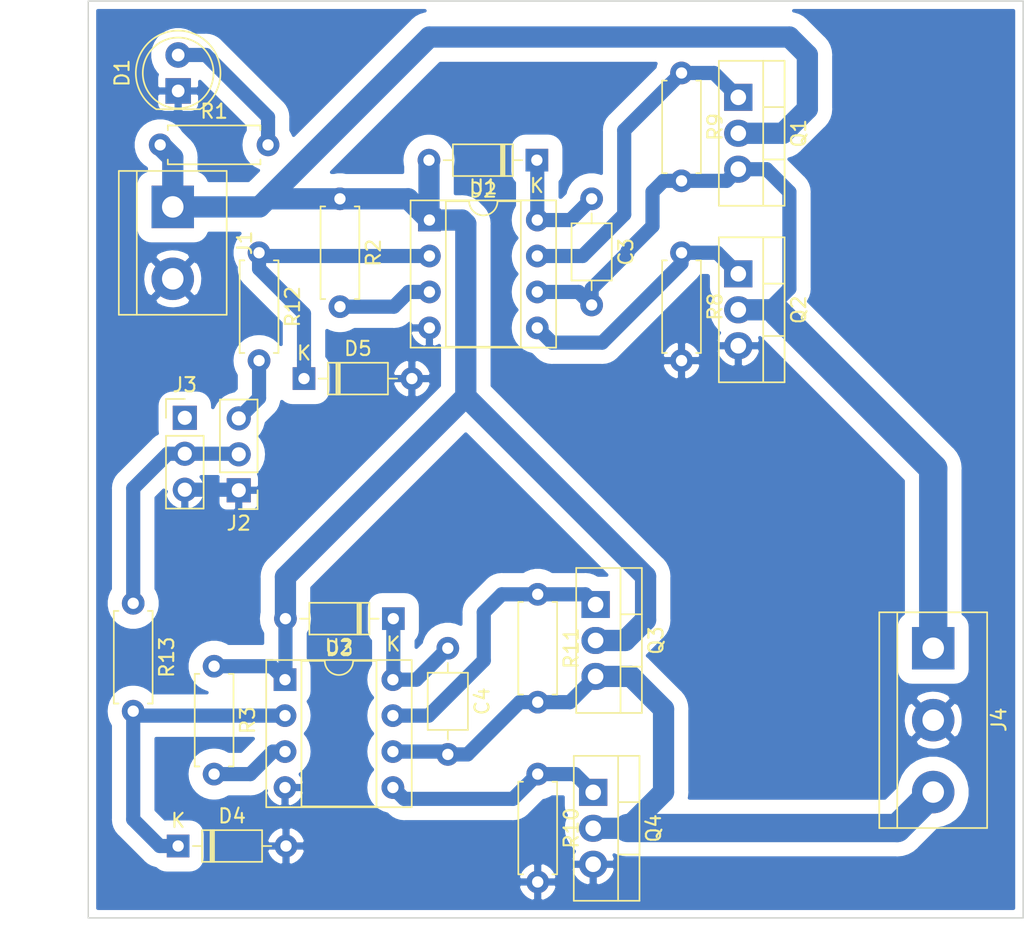
<source format=kicad_pcb>
(kicad_pcb (version 20171130) (host pcbnew "(5.1.2)-2")

  (general
    (thickness 1.6)
    (drawings 8)
    (tracks 130)
    (zones 0)
    (modules 26)
    (nets 18)
  )

  (page A4)
  (layers
    (0 F.Cu signal)
    (31 B.Cu signal)
    (32 B.Adhes user)
    (33 F.Adhes user)
    (34 B.Paste user)
    (35 F.Paste user)
    (36 B.SilkS user)
    (37 F.SilkS user)
    (38 B.Mask user)
    (39 F.Mask user)
    (40 Dwgs.User user)
    (41 Cmts.User user)
    (42 Eco1.User user)
    (43 Eco2.User user)
    (44 Edge.Cuts user)
    (45 Margin user)
    (46 B.CrtYd user)
    (47 F.CrtYd user)
    (48 B.Fab user)
    (49 F.Fab user)
  )

  (setup
    (last_trace_width 0.5)
    (user_trace_width 0.5)
    (user_trace_width 1)
    (user_trace_width 1.5)
    (user_trace_width 2)
    (trace_clearance 1)
    (zone_clearance 0.508)
    (zone_45_only no)
    (trace_min 0.1)
    (via_size 0.8)
    (via_drill 0.4)
    (via_min_size 0.4)
    (via_min_drill 0.3)
    (uvia_size 0.3)
    (uvia_drill 0.1)
    (uvias_allowed no)
    (uvia_min_size 0.2)
    (uvia_min_drill 0.1)
    (edge_width 0.1)
    (segment_width 0.2)
    (pcb_text_width 0.3)
    (pcb_text_size 1.5 1.5)
    (mod_edge_width 0.15)
    (mod_text_size 1 1)
    (mod_text_width 0.15)
    (pad_size 1.5 1.5)
    (pad_drill 0.6)
    (pad_to_mask_clearance 0)
    (solder_mask_min_width 0.25)
    (aux_axis_origin 0 0)
    (visible_elements 7FFFFFFF)
    (pcbplotparams
      (layerselection 0x010fc_ffffffff)
      (usegerberextensions false)
      (usegerberattributes false)
      (usegerberadvancedattributes false)
      (creategerberjobfile false)
      (excludeedgelayer true)
      (linewidth 0.100000)
      (plotframeref false)
      (viasonmask false)
      (mode 1)
      (useauxorigin false)
      (hpglpennumber 1)
      (hpglpenspeed 20)
      (hpglpendiameter 15.000000)
      (psnegative false)
      (psa4output false)
      (plotreference true)
      (plotvalue true)
      (plotinvisibletext false)
      (padsonsilk false)
      (subtractmaskfromsilk false)
      (outputformat 1)
      (mirror false)
      (drillshape 1)
      (scaleselection 1)
      (outputdirectory ""))
  )

  (net 0 "")
  (net 1 "Net-(C3-Pad2)")
  (net 2 "Net-(C3-Pad1)")
  (net 3 "Net-(C4-Pad1)")
  (net 4 "Net-(C4-Pad2)")
  (net 5 GND)
  (net 6 "Net-(D1-Pad2)")
  (net 7 VCC)
  (net 8 "Net-(D4-Pad1)")
  (net 9 "Net-(D5-Pad1)")
  (net 10 "Net-(J2-Pad2)")
  (net 11 "Net-(J2-Pad3)")
  (net 12 "Net-(Q1-Pad1)")
  (net 13 "Net-(Q2-Pad1)")
  (net 14 "Net-(Q3-Pad1)")
  (net 15 "Net-(Q4-Pad1)")
  (net 16 "Net-(R2-Pad2)")
  (net 17 "Net-(R3-Pad2)")

  (net_class Default "This is the default net class."
    (clearance 1)
    (trace_width 0.5)
    (via_dia 0.8)
    (via_drill 0.4)
    (uvia_dia 0.3)
    (uvia_drill 0.1)
    (diff_pair_width 0.5)
    (diff_pair_gap 0.25)
    (add_net GND)
    (add_net "Net-(C3-Pad1)")
    (add_net "Net-(C3-Pad2)")
    (add_net "Net-(C4-Pad1)")
    (add_net "Net-(C4-Pad2)")
    (add_net "Net-(D1-Pad2)")
    (add_net "Net-(D4-Pad1)")
    (add_net "Net-(D5-Pad1)")
    (add_net "Net-(J2-Pad2)")
    (add_net "Net-(J2-Pad3)")
    (add_net "Net-(Q1-Pad1)")
    (add_net "Net-(Q2-Pad1)")
    (add_net "Net-(Q3-Pad1)")
    (add_net "Net-(Q4-Pad1)")
    (add_net "Net-(R2-Pad2)")
    (add_net "Net-(R3-Pad2)")
    (add_net VCC)
  )

  (module Capacitor_THT:C_Axial_L3.8mm_D2.6mm_P7.50mm_Horizontal (layer F.Cu) (tedit 5AE50EF0) (tstamp 5D556AED)
    (at 143.51 96.52 270)
    (descr "C, Axial series, Axial, Horizontal, pin pitch=7.5mm, , length*diameter=3.8*2.6mm^2, http://www.vishay.com/docs/45231/arseries.pdf")
    (tags "C Axial series Axial Horizontal pin pitch 7.5mm  length 3.8mm diameter 2.6mm")
    (path /5D46EFF1)
    (fp_text reference C3 (at 3.75 -2.42 90) (layer F.SilkS)
      (effects (font (size 1 1) (thickness 0.15)))
    )
    (fp_text value CP1 (at 3.75 2.42 90) (layer F.Fab)
      (effects (font (size 1 1) (thickness 0.15)))
    )
    (fp_text user %R (at 3.75 0 90) (layer F.Fab)
      (effects (font (size 0.76 0.76) (thickness 0.114)))
    )
    (fp_line (start 8.55 -1.55) (end -1.05 -1.55) (layer F.CrtYd) (width 0.05))
    (fp_line (start 8.55 1.55) (end 8.55 -1.55) (layer F.CrtYd) (width 0.05))
    (fp_line (start -1.05 1.55) (end 8.55 1.55) (layer F.CrtYd) (width 0.05))
    (fp_line (start -1.05 -1.55) (end -1.05 1.55) (layer F.CrtYd) (width 0.05))
    (fp_line (start 6.46 0) (end 5.77 0) (layer F.SilkS) (width 0.12))
    (fp_line (start 1.04 0) (end 1.73 0) (layer F.SilkS) (width 0.12))
    (fp_line (start 5.77 -1.42) (end 1.73 -1.42) (layer F.SilkS) (width 0.12))
    (fp_line (start 5.77 1.42) (end 5.77 -1.42) (layer F.SilkS) (width 0.12))
    (fp_line (start 1.73 1.42) (end 5.77 1.42) (layer F.SilkS) (width 0.12))
    (fp_line (start 1.73 -1.42) (end 1.73 1.42) (layer F.SilkS) (width 0.12))
    (fp_line (start 7.5 0) (end 5.65 0) (layer F.Fab) (width 0.1))
    (fp_line (start 0 0) (end 1.85 0) (layer F.Fab) (width 0.1))
    (fp_line (start 5.65 -1.3) (end 1.85 -1.3) (layer F.Fab) (width 0.1))
    (fp_line (start 5.65 1.3) (end 5.65 -1.3) (layer F.Fab) (width 0.1))
    (fp_line (start 1.85 1.3) (end 5.65 1.3) (layer F.Fab) (width 0.1))
    (fp_line (start 1.85 -1.3) (end 1.85 1.3) (layer F.Fab) (width 0.1))
    (pad 2 thru_hole oval (at 7.5 0 270) (size 1.6 1.6) (drill 0.8) (layers *.Cu *.Mask)
      (net 1 "Net-(C3-Pad2)"))
    (pad 1 thru_hole circle (at 0 0 270) (size 1.6 1.6) (drill 0.8) (layers *.Cu *.Mask)
      (net 2 "Net-(C3-Pad1)"))
    (model ${KISYS3DMOD}/Capacitor_THT.3dshapes/C_Axial_L3.8mm_D2.6mm_P7.50mm_Horizontal.wrl
      (at (xyz 0 0 0))
      (scale (xyz 1 1 1))
      (rotate (xyz 0 0 0))
    )
  )

  (module Capacitor_THT:C_Axial_L3.8mm_D2.6mm_P7.50mm_Horizontal (layer F.Cu) (tedit 5AE50EF0) (tstamp 5D99C03D)
    (at 133.35 128.27 270)
    (descr "C, Axial series, Axial, Horizontal, pin pitch=7.5mm, , length*diameter=3.8*2.6mm^2, http://www.vishay.com/docs/45231/arseries.pdf")
    (tags "C Axial series Axial Horizontal pin pitch 7.5mm  length 3.8mm diameter 2.6mm")
    (path /5D47389C)
    (fp_text reference C4 (at 3.75 -2.42 90) (layer F.SilkS)
      (effects (font (size 1 1) (thickness 0.15)))
    )
    (fp_text value CP1 (at 3.75 2.42 90) (layer F.Fab)
      (effects (font (size 1 1) (thickness 0.15)))
    )
    (fp_line (start 1.85 -1.3) (end 1.85 1.3) (layer F.Fab) (width 0.1))
    (fp_line (start 1.85 1.3) (end 5.65 1.3) (layer F.Fab) (width 0.1))
    (fp_line (start 5.65 1.3) (end 5.65 -1.3) (layer F.Fab) (width 0.1))
    (fp_line (start 5.65 -1.3) (end 1.85 -1.3) (layer F.Fab) (width 0.1))
    (fp_line (start 0 0) (end 1.85 0) (layer F.Fab) (width 0.1))
    (fp_line (start 7.5 0) (end 5.65 0) (layer F.Fab) (width 0.1))
    (fp_line (start 1.73 -1.42) (end 1.73 1.42) (layer F.SilkS) (width 0.12))
    (fp_line (start 1.73 1.42) (end 5.77 1.42) (layer F.SilkS) (width 0.12))
    (fp_line (start 5.77 1.42) (end 5.77 -1.42) (layer F.SilkS) (width 0.12))
    (fp_line (start 5.77 -1.42) (end 1.73 -1.42) (layer F.SilkS) (width 0.12))
    (fp_line (start 1.04 0) (end 1.73 0) (layer F.SilkS) (width 0.12))
    (fp_line (start 6.46 0) (end 5.77 0) (layer F.SilkS) (width 0.12))
    (fp_line (start -1.05 -1.55) (end -1.05 1.55) (layer F.CrtYd) (width 0.05))
    (fp_line (start -1.05 1.55) (end 8.55 1.55) (layer F.CrtYd) (width 0.05))
    (fp_line (start 8.55 1.55) (end 8.55 -1.55) (layer F.CrtYd) (width 0.05))
    (fp_line (start 8.55 -1.55) (end -1.05 -1.55) (layer F.CrtYd) (width 0.05))
    (fp_text user %R (at 3.75 0 90) (layer F.Fab)
      (effects (font (size 0.76 0.76) (thickness 0.114)))
    )
    (pad 1 thru_hole circle (at 0 0 270) (size 1.6 1.6) (drill 0.8) (layers *.Cu *.Mask)
      (net 3 "Net-(C4-Pad1)"))
    (pad 2 thru_hole oval (at 7.5 0 270) (size 1.6 1.6) (drill 0.8) (layers *.Cu *.Mask)
      (net 4 "Net-(C4-Pad2)"))
    (model ${KISYS3DMOD}/Capacitor_THT.3dshapes/C_Axial_L3.8mm_D2.6mm_P7.50mm_Horizontal.wrl
      (at (xyz 0 0 0))
      (scale (xyz 1 1 1))
      (rotate (xyz 0 0 0))
    )
  )

  (module LED_THT:LED_D5.0mm (layer F.Cu) (tedit 5995936A) (tstamp 5D556205)
    (at 114.3 88.9 90)
    (descr "LED, diameter 5.0mm, 2 pins, http://cdn-reichelt.de/documents/datenblatt/A500/LL-504BC2E-009.pdf")
    (tags "LED diameter 5.0mm 2 pins")
    (path /5D48B44A)
    (fp_text reference D1 (at 1.27 -3.96 90) (layer F.SilkS)
      (effects (font (size 1 1) (thickness 0.15)))
    )
    (fp_text value LED (at 1.27 3.96 90) (layer F.Fab)
      (effects (font (size 1 1) (thickness 0.15)))
    )
    (fp_arc (start 1.27 0) (end -1.23 -1.469694) (angle 299.1) (layer F.Fab) (width 0.1))
    (fp_arc (start 1.27 0) (end -1.29 -1.54483) (angle 148.9) (layer F.SilkS) (width 0.12))
    (fp_arc (start 1.27 0) (end -1.29 1.54483) (angle -148.9) (layer F.SilkS) (width 0.12))
    (fp_circle (center 1.27 0) (end 3.77 0) (layer F.Fab) (width 0.1))
    (fp_circle (center 1.27 0) (end 3.77 0) (layer F.SilkS) (width 0.12))
    (fp_line (start -1.23 -1.469694) (end -1.23 1.469694) (layer F.Fab) (width 0.1))
    (fp_line (start -1.29 -1.545) (end -1.29 1.545) (layer F.SilkS) (width 0.12))
    (fp_line (start -1.95 -3.25) (end -1.95 3.25) (layer F.CrtYd) (width 0.05))
    (fp_line (start -1.95 3.25) (end 4.5 3.25) (layer F.CrtYd) (width 0.05))
    (fp_line (start 4.5 3.25) (end 4.5 -3.25) (layer F.CrtYd) (width 0.05))
    (fp_line (start 4.5 -3.25) (end -1.95 -3.25) (layer F.CrtYd) (width 0.05))
    (fp_text user %R (at 1.25 0 90) (layer F.Fab)
      (effects (font (size 0.8 0.8) (thickness 0.2)))
    )
    (pad 1 thru_hole rect (at 0 0 90) (size 1.8 1.8) (drill 0.9) (layers *.Cu *.Mask)
      (net 5 GND))
    (pad 2 thru_hole circle (at 2.54 0 90) (size 1.8 1.8) (drill 0.9) (layers *.Cu *.Mask)
      (net 6 "Net-(D1-Pad2)"))
    (model ${KISYS3DMOD}/LED_THT.3dshapes/LED_D5.0mm.wrl
      (at (xyz 0 0 0))
      (scale (xyz 1 1 1))
      (rotate (xyz 0 0 0))
    )
  )

  (module Diode_THT:D_DO-35_SOD27_P7.62mm_Horizontal (layer F.Cu) (tedit 5AE50CD5) (tstamp 5D556B91)
    (at 139.64 93.79 180)
    (descr "Diode, DO-35_SOD27 series, Axial, Horizontal, pin pitch=7.62mm, , length*diameter=4*2mm^2, , http://www.diodes.com/_files/packages/DO-35.pdf")
    (tags "Diode DO-35_SOD27 series Axial Horizontal pin pitch 7.62mm  length 4mm diameter 2mm")
    (path /5D48166B)
    (fp_text reference D2 (at 3.81 -2.12 180) (layer F.SilkS)
      (effects (font (size 1 1) (thickness 0.15)))
    )
    (fp_text value 1N4148 (at 3.81 2.12 180) (layer F.Fab)
      (effects (font (size 1 1) (thickness 0.15)))
    )
    (fp_line (start 1.81 -1) (end 1.81 1) (layer F.Fab) (width 0.1))
    (fp_line (start 1.81 1) (end 5.81 1) (layer F.Fab) (width 0.1))
    (fp_line (start 5.81 1) (end 5.81 -1) (layer F.Fab) (width 0.1))
    (fp_line (start 5.81 -1) (end 1.81 -1) (layer F.Fab) (width 0.1))
    (fp_line (start 0 0) (end 1.81 0) (layer F.Fab) (width 0.1))
    (fp_line (start 7.62 0) (end 5.81 0) (layer F.Fab) (width 0.1))
    (fp_line (start 2.41 -1) (end 2.41 1) (layer F.Fab) (width 0.1))
    (fp_line (start 2.51 -1) (end 2.51 1) (layer F.Fab) (width 0.1))
    (fp_line (start 2.31 -1) (end 2.31 1) (layer F.Fab) (width 0.1))
    (fp_line (start 1.69 -1.12) (end 1.69 1.12) (layer F.SilkS) (width 0.12))
    (fp_line (start 1.69 1.12) (end 5.93 1.12) (layer F.SilkS) (width 0.12))
    (fp_line (start 5.93 1.12) (end 5.93 -1.12) (layer F.SilkS) (width 0.12))
    (fp_line (start 5.93 -1.12) (end 1.69 -1.12) (layer F.SilkS) (width 0.12))
    (fp_line (start 1.04 0) (end 1.69 0) (layer F.SilkS) (width 0.12))
    (fp_line (start 6.58 0) (end 5.93 0) (layer F.SilkS) (width 0.12))
    (fp_line (start 2.41 -1.12) (end 2.41 1.12) (layer F.SilkS) (width 0.12))
    (fp_line (start 2.53 -1.12) (end 2.53 1.12) (layer F.SilkS) (width 0.12))
    (fp_line (start 2.29 -1.12) (end 2.29 1.12) (layer F.SilkS) (width 0.12))
    (fp_line (start -1.05 -1.25) (end -1.05 1.25) (layer F.CrtYd) (width 0.05))
    (fp_line (start -1.05 1.25) (end 8.67 1.25) (layer F.CrtYd) (width 0.05))
    (fp_line (start 8.67 1.25) (end 8.67 -1.25) (layer F.CrtYd) (width 0.05))
    (fp_line (start 8.67 -1.25) (end -1.05 -1.25) (layer F.CrtYd) (width 0.05))
    (fp_text user %R (at 4.11 0 180) (layer F.Fab)
      (effects (font (size 0.8 0.8) (thickness 0.12)))
    )
    (fp_text user K (at 0 -1.8 180) (layer F.Fab)
      (effects (font (size 1 1) (thickness 0.15)))
    )
    (fp_text user K (at 0 -1.8 180) (layer F.SilkS)
      (effects (font (size 1 1) (thickness 0.15)))
    )
    (pad 1 thru_hole rect (at 0 0 180) (size 1.6 1.6) (drill 0.8) (layers *.Cu *.Mask)
      (net 2 "Net-(C3-Pad1)"))
    (pad 2 thru_hole oval (at 7.62 0 180) (size 1.6 1.6) (drill 0.8) (layers *.Cu *.Mask)
      (net 7 VCC))
    (model ${KISYS3DMOD}/Diode_THT.3dshapes/D_DO-35_SOD27_P7.62mm_Horizontal.wrl
      (at (xyz 0 0 0))
      (scale (xyz 1 1 1))
      (rotate (xyz 0 0 0))
    )
  )

  (module Diode_THT:D_DO-35_SOD27_P7.62mm_Horizontal (layer F.Cu) (tedit 5AE50CD5) (tstamp 5D99C0D2)
    (at 129.5 126.18 180)
    (descr "Diode, DO-35_SOD27 series, Axial, Horizontal, pin pitch=7.62mm, , length*diameter=4*2mm^2, , http://www.diodes.com/_files/packages/DO-35.pdf")
    (tags "Diode DO-35_SOD27 series Axial Horizontal pin pitch 7.62mm  length 4mm diameter 2mm")
    (path /5D47FC48)
    (fp_text reference D3 (at 3.81 -2.12 180) (layer F.SilkS)
      (effects (font (size 1 1) (thickness 0.15)))
    )
    (fp_text value 1N4148 (at 3.81 2.12 180) (layer F.Fab)
      (effects (font (size 1 1) (thickness 0.15)))
    )
    (fp_text user K (at 0 -1.8 180) (layer F.SilkS)
      (effects (font (size 1 1) (thickness 0.15)))
    )
    (fp_text user K (at 0 -1.8 180) (layer F.Fab)
      (effects (font (size 1 1) (thickness 0.15)))
    )
    (fp_text user %R (at 4.11 0 180) (layer F.Fab)
      (effects (font (size 0.8 0.8) (thickness 0.12)))
    )
    (fp_line (start 8.67 -1.25) (end -1.05 -1.25) (layer F.CrtYd) (width 0.05))
    (fp_line (start 8.67 1.25) (end 8.67 -1.25) (layer F.CrtYd) (width 0.05))
    (fp_line (start -1.05 1.25) (end 8.67 1.25) (layer F.CrtYd) (width 0.05))
    (fp_line (start -1.05 -1.25) (end -1.05 1.25) (layer F.CrtYd) (width 0.05))
    (fp_line (start 2.29 -1.12) (end 2.29 1.12) (layer F.SilkS) (width 0.12))
    (fp_line (start 2.53 -1.12) (end 2.53 1.12) (layer F.SilkS) (width 0.12))
    (fp_line (start 2.41 -1.12) (end 2.41 1.12) (layer F.SilkS) (width 0.12))
    (fp_line (start 6.58 0) (end 5.93 0) (layer F.SilkS) (width 0.12))
    (fp_line (start 1.04 0) (end 1.69 0) (layer F.SilkS) (width 0.12))
    (fp_line (start 5.93 -1.12) (end 1.69 -1.12) (layer F.SilkS) (width 0.12))
    (fp_line (start 5.93 1.12) (end 5.93 -1.12) (layer F.SilkS) (width 0.12))
    (fp_line (start 1.69 1.12) (end 5.93 1.12) (layer F.SilkS) (width 0.12))
    (fp_line (start 1.69 -1.12) (end 1.69 1.12) (layer F.SilkS) (width 0.12))
    (fp_line (start 2.31 -1) (end 2.31 1) (layer F.Fab) (width 0.1))
    (fp_line (start 2.51 -1) (end 2.51 1) (layer F.Fab) (width 0.1))
    (fp_line (start 2.41 -1) (end 2.41 1) (layer F.Fab) (width 0.1))
    (fp_line (start 7.62 0) (end 5.81 0) (layer F.Fab) (width 0.1))
    (fp_line (start 0 0) (end 1.81 0) (layer F.Fab) (width 0.1))
    (fp_line (start 5.81 -1) (end 1.81 -1) (layer F.Fab) (width 0.1))
    (fp_line (start 5.81 1) (end 5.81 -1) (layer F.Fab) (width 0.1))
    (fp_line (start 1.81 1) (end 5.81 1) (layer F.Fab) (width 0.1))
    (fp_line (start 1.81 -1) (end 1.81 1) (layer F.Fab) (width 0.1))
    (pad 2 thru_hole oval (at 7.62 0 180) (size 1.6 1.6) (drill 0.8) (layers *.Cu *.Mask)
      (net 7 VCC))
    (pad 1 thru_hole rect (at 0 0 180) (size 1.6 1.6) (drill 0.8) (layers *.Cu *.Mask)
      (net 3 "Net-(C4-Pad1)"))
    (model ${KISYS3DMOD}/Diode_THT.3dshapes/D_DO-35_SOD27_P7.62mm_Horizontal.wrl
      (at (xyz 0 0 0))
      (scale (xyz 1 1 1))
      (rotate (xyz 0 0 0))
    )
  )

  (module Diode_THT:D_DO-35_SOD27_P7.62mm_Horizontal (layer F.Cu) (tedit 5AE50CD5) (tstamp 5D99BFEB)
    (at 114.3 142.24)
    (descr "Diode, DO-35_SOD27 series, Axial, Horizontal, pin pitch=7.62mm, , length*diameter=4*2mm^2, , http://www.diodes.com/_files/packages/DO-35.pdf")
    (tags "Diode DO-35_SOD27 series Axial Horizontal pin pitch 7.62mm  length 4mm diameter 2mm")
    (path /5D49FD12)
    (fp_text reference D4 (at 3.81 -2.12 180) (layer F.SilkS)
      (effects (font (size 1 1) (thickness 0.15)))
    )
    (fp_text value D_Zener (at 3.81 2.12 180) (layer F.Fab)
      (effects (font (size 1 1) (thickness 0.15)))
    )
    (fp_line (start 1.81 -1) (end 1.81 1) (layer F.Fab) (width 0.1))
    (fp_line (start 1.81 1) (end 5.81 1) (layer F.Fab) (width 0.1))
    (fp_line (start 5.81 1) (end 5.81 -1) (layer F.Fab) (width 0.1))
    (fp_line (start 5.81 -1) (end 1.81 -1) (layer F.Fab) (width 0.1))
    (fp_line (start 0 0) (end 1.81 0) (layer F.Fab) (width 0.1))
    (fp_line (start 7.62 0) (end 5.81 0) (layer F.Fab) (width 0.1))
    (fp_line (start 2.41 -1) (end 2.41 1) (layer F.Fab) (width 0.1))
    (fp_line (start 2.51 -1) (end 2.51 1) (layer F.Fab) (width 0.1))
    (fp_line (start 2.31 -1) (end 2.31 1) (layer F.Fab) (width 0.1))
    (fp_line (start 1.69 -1.12) (end 1.69 1.12) (layer F.SilkS) (width 0.12))
    (fp_line (start 1.69 1.12) (end 5.93 1.12) (layer F.SilkS) (width 0.12))
    (fp_line (start 5.93 1.12) (end 5.93 -1.12) (layer F.SilkS) (width 0.12))
    (fp_line (start 5.93 -1.12) (end 1.69 -1.12) (layer F.SilkS) (width 0.12))
    (fp_line (start 1.04 0) (end 1.69 0) (layer F.SilkS) (width 0.12))
    (fp_line (start 6.58 0) (end 5.93 0) (layer F.SilkS) (width 0.12))
    (fp_line (start 2.41 -1.12) (end 2.41 1.12) (layer F.SilkS) (width 0.12))
    (fp_line (start 2.53 -1.12) (end 2.53 1.12) (layer F.SilkS) (width 0.12))
    (fp_line (start 2.29 -1.12) (end 2.29 1.12) (layer F.SilkS) (width 0.12))
    (fp_line (start -1.05 -1.25) (end -1.05 1.25) (layer F.CrtYd) (width 0.05))
    (fp_line (start -1.05 1.25) (end 8.67 1.25) (layer F.CrtYd) (width 0.05))
    (fp_line (start 8.67 1.25) (end 8.67 -1.25) (layer F.CrtYd) (width 0.05))
    (fp_line (start 8.67 -1.25) (end -1.05 -1.25) (layer F.CrtYd) (width 0.05))
    (fp_text user %R (at 4.11 0 180) (layer F.Fab)
      (effects (font (size 0.8 0.8) (thickness 0.12)))
    )
    (fp_text user K (at 0 -1.8 180) (layer F.Fab)
      (effects (font (size 1 1) (thickness 0.15)))
    )
    (fp_text user K (at 0 -1.8 180) (layer F.SilkS)
      (effects (font (size 1 1) (thickness 0.15)))
    )
    (pad 1 thru_hole rect (at 0 0) (size 1.6 1.6) (drill 0.8) (layers *.Cu *.Mask)
      (net 8 "Net-(D4-Pad1)"))
    (pad 2 thru_hole oval (at 7.62 0) (size 1.6 1.6) (drill 0.8) (layers *.Cu *.Mask)
      (net 5 GND))
    (model ${KISYS3DMOD}/Diode_THT.3dshapes/D_DO-35_SOD27_P7.62mm_Horizontal.wrl
      (at (xyz 0 0 0))
      (scale (xyz 1 1 1))
      (rotate (xyz 0 0 0))
    )
  )

  (module Diode_THT:D_DO-35_SOD27_P7.62mm_Horizontal (layer F.Cu) (tedit 5AE50CD5) (tstamp 5D556B37)
    (at 123.19 109.22)
    (descr "Diode, DO-35_SOD27 series, Axial, Horizontal, pin pitch=7.62mm, , length*diameter=4*2mm^2, , http://www.diodes.com/_files/packages/DO-35.pdf")
    (tags "Diode DO-35_SOD27 series Axial Horizontal pin pitch 7.62mm  length 4mm diameter 2mm")
    (path /5D49FB70)
    (fp_text reference D5 (at 3.81 -2.12 180) (layer F.SilkS)
      (effects (font (size 1 1) (thickness 0.15)))
    )
    (fp_text value D_Zener (at 3.81 2.12 180) (layer F.Fab)
      (effects (font (size 1 1) (thickness 0.15)))
    )
    (fp_text user K (at 0 -1.8 180) (layer F.SilkS)
      (effects (font (size 1 1) (thickness 0.15)))
    )
    (fp_text user K (at 0 -1.8 180) (layer F.Fab)
      (effects (font (size 1 1) (thickness 0.15)))
    )
    (fp_text user %R (at 4.11 0 180) (layer F.Fab)
      (effects (font (size 0.8 0.8) (thickness 0.12)))
    )
    (fp_line (start 8.67 -1.25) (end -1.05 -1.25) (layer F.CrtYd) (width 0.05))
    (fp_line (start 8.67 1.25) (end 8.67 -1.25) (layer F.CrtYd) (width 0.05))
    (fp_line (start -1.05 1.25) (end 8.67 1.25) (layer F.CrtYd) (width 0.05))
    (fp_line (start -1.05 -1.25) (end -1.05 1.25) (layer F.CrtYd) (width 0.05))
    (fp_line (start 2.29 -1.12) (end 2.29 1.12) (layer F.SilkS) (width 0.12))
    (fp_line (start 2.53 -1.12) (end 2.53 1.12) (layer F.SilkS) (width 0.12))
    (fp_line (start 2.41 -1.12) (end 2.41 1.12) (layer F.SilkS) (width 0.12))
    (fp_line (start 6.58 0) (end 5.93 0) (layer F.SilkS) (width 0.12))
    (fp_line (start 1.04 0) (end 1.69 0) (layer F.SilkS) (width 0.12))
    (fp_line (start 5.93 -1.12) (end 1.69 -1.12) (layer F.SilkS) (width 0.12))
    (fp_line (start 5.93 1.12) (end 5.93 -1.12) (layer F.SilkS) (width 0.12))
    (fp_line (start 1.69 1.12) (end 5.93 1.12) (layer F.SilkS) (width 0.12))
    (fp_line (start 1.69 -1.12) (end 1.69 1.12) (layer F.SilkS) (width 0.12))
    (fp_line (start 2.31 -1) (end 2.31 1) (layer F.Fab) (width 0.1))
    (fp_line (start 2.51 -1) (end 2.51 1) (layer F.Fab) (width 0.1))
    (fp_line (start 2.41 -1) (end 2.41 1) (layer F.Fab) (width 0.1))
    (fp_line (start 7.62 0) (end 5.81 0) (layer F.Fab) (width 0.1))
    (fp_line (start 0 0) (end 1.81 0) (layer F.Fab) (width 0.1))
    (fp_line (start 5.81 -1) (end 1.81 -1) (layer F.Fab) (width 0.1))
    (fp_line (start 5.81 1) (end 5.81 -1) (layer F.Fab) (width 0.1))
    (fp_line (start 1.81 1) (end 5.81 1) (layer F.Fab) (width 0.1))
    (fp_line (start 1.81 -1) (end 1.81 1) (layer F.Fab) (width 0.1))
    (pad 2 thru_hole oval (at 7.62 0) (size 1.6 1.6) (drill 0.8) (layers *.Cu *.Mask)
      (net 5 GND))
    (pad 1 thru_hole rect (at 0 0) (size 1.6 1.6) (drill 0.8) (layers *.Cu *.Mask)
      (net 9 "Net-(D5-Pad1)"))
    (model ${KISYS3DMOD}/Diode_THT.3dshapes/D_DO-35_SOD27_P7.62mm_Horizontal.wrl
      (at (xyz 0 0 0))
      (scale (xyz 1 1 1))
      (rotate (xyz 0 0 0))
    )
  )

  (module TerminalBlock:TerminalBlock_bornier-2_P5.08mm (layer F.Cu) (tedit 59FF03AB) (tstamp 5D556296)
    (at 113.919 97.0915 270)
    (descr "simple 2-pin terminal block, pitch 5.08mm, revamped version of bornier2")
    (tags "terminal block bornier2")
    (path /5D4852BD)
    (fp_text reference J1 (at 2.54 -5.08 270) (layer F.SilkS)
      (effects (font (size 1 1) (thickness 0.15)))
    )
    (fp_text value Screw_Terminal_01x02 (at 2.54 5.08 270) (layer F.Fab)
      (effects (font (size 1 1) (thickness 0.15)))
    )
    (fp_text user %R (at 2.54 0 270) (layer F.Fab)
      (effects (font (size 1 1) (thickness 0.15)))
    )
    (fp_line (start -2.41 2.55) (end 7.49 2.55) (layer F.Fab) (width 0.1))
    (fp_line (start -2.46 -3.75) (end -2.46 3.75) (layer F.Fab) (width 0.1))
    (fp_line (start -2.46 3.75) (end 7.54 3.75) (layer F.Fab) (width 0.1))
    (fp_line (start 7.54 3.75) (end 7.54 -3.75) (layer F.Fab) (width 0.1))
    (fp_line (start 7.54 -3.75) (end -2.46 -3.75) (layer F.Fab) (width 0.1))
    (fp_line (start 7.62 2.54) (end -2.54 2.54) (layer F.SilkS) (width 0.12))
    (fp_line (start 7.62 3.81) (end 7.62 -3.81) (layer F.SilkS) (width 0.12))
    (fp_line (start 7.62 -3.81) (end -2.54 -3.81) (layer F.SilkS) (width 0.12))
    (fp_line (start -2.54 -3.81) (end -2.54 3.81) (layer F.SilkS) (width 0.12))
    (fp_line (start -2.54 3.81) (end 7.62 3.81) (layer F.SilkS) (width 0.12))
    (fp_line (start -2.71 -4) (end 7.79 -4) (layer F.CrtYd) (width 0.05))
    (fp_line (start -2.71 -4) (end -2.71 4) (layer F.CrtYd) (width 0.05))
    (fp_line (start 7.79 4) (end 7.79 -4) (layer F.CrtYd) (width 0.05))
    (fp_line (start 7.79 4) (end -2.71 4) (layer F.CrtYd) (width 0.05))
    (pad 1 thru_hole rect (at 0 0 270) (size 3 3) (drill 1.52) (layers *.Cu *.Mask)
      (net 7 VCC))
    (pad 2 thru_hole circle (at 5.08 0 270) (size 3 3) (drill 1.52) (layers *.Cu *.Mask)
      (net 5 GND))
    (model ${KISYS3DMOD}/TerminalBlock.3dshapes/TerminalBlock_bornier-2_P5.08mm.wrl
      (offset (xyz 2.539999961853027 0 0))
      (scale (xyz 1 1 1))
      (rotate (xyz 0 0 0))
    )
  )

  (module Connector_PinHeader_2.54mm:PinHeader_1x03_P2.54mm_Vertical (layer F.Cu) (tedit 59FED5CC) (tstamp 5D5562AD)
    (at 118.58 117.11 180)
    (descr "Through hole straight pin header, 1x03, 2.54mm pitch, single row")
    (tags "Through hole pin header THT 1x03 2.54mm single row")
    (path /5D4926CF)
    (fp_text reference J2 (at 0 -2.33 180) (layer F.SilkS)
      (effects (font (size 1 1) (thickness 0.15)))
    )
    (fp_text value Conn_01x03_Female (at 0 7.41 180) (layer F.Fab)
      (effects (font (size 1 1) (thickness 0.15)))
    )
    (fp_line (start -0.635 -1.27) (end 1.27 -1.27) (layer F.Fab) (width 0.1))
    (fp_line (start 1.27 -1.27) (end 1.27 6.35) (layer F.Fab) (width 0.1))
    (fp_line (start 1.27 6.35) (end -1.27 6.35) (layer F.Fab) (width 0.1))
    (fp_line (start -1.27 6.35) (end -1.27 -0.635) (layer F.Fab) (width 0.1))
    (fp_line (start -1.27 -0.635) (end -0.635 -1.27) (layer F.Fab) (width 0.1))
    (fp_line (start -1.33 6.41) (end 1.33 6.41) (layer F.SilkS) (width 0.12))
    (fp_line (start -1.33 1.27) (end -1.33 6.41) (layer F.SilkS) (width 0.12))
    (fp_line (start 1.33 1.27) (end 1.33 6.41) (layer F.SilkS) (width 0.12))
    (fp_line (start -1.33 1.27) (end 1.33 1.27) (layer F.SilkS) (width 0.12))
    (fp_line (start -1.33 0) (end -1.33 -1.33) (layer F.SilkS) (width 0.12))
    (fp_line (start -1.33 -1.33) (end 0 -1.33) (layer F.SilkS) (width 0.12))
    (fp_line (start -1.8 -1.8) (end -1.8 6.85) (layer F.CrtYd) (width 0.05))
    (fp_line (start -1.8 6.85) (end 1.8 6.85) (layer F.CrtYd) (width 0.05))
    (fp_line (start 1.8 6.85) (end 1.8 -1.8) (layer F.CrtYd) (width 0.05))
    (fp_line (start 1.8 -1.8) (end -1.8 -1.8) (layer F.CrtYd) (width 0.05))
    (fp_text user %R (at 0 2.54 270) (layer F.Fab)
      (effects (font (size 1 1) (thickness 0.15)))
    )
    (pad 1 thru_hole rect (at 0 0 180) (size 1.7 1.7) (drill 1) (layers *.Cu *.Mask)
      (net 5 GND))
    (pad 2 thru_hole oval (at 0 2.54 180) (size 1.7 1.7) (drill 1) (layers *.Cu *.Mask)
      (net 10 "Net-(J2-Pad2)"))
    (pad 3 thru_hole oval (at 0 5.08 180) (size 1.7 1.7) (drill 1) (layers *.Cu *.Mask)
      (net 11 "Net-(J2-Pad3)"))
    (model ${KISYS3DMOD}/Connector_PinHeader_2.54mm.3dshapes/PinHeader_1x03_P2.54mm_Vertical.wrl
      (at (xyz 0 0 0))
      (scale (xyz 1 1 1))
      (rotate (xyz 0 0 0))
    )
  )

  (module Connector_PinHeader_2.54mm:PinHeader_1x03_P2.54mm_Vertical (layer F.Cu) (tedit 59FED5CC) (tstamp 5D5562C4)
    (at 114.77 111.99)
    (descr "Through hole straight pin header, 1x03, 2.54mm pitch, single row")
    (tags "Through hole pin header THT 1x03 2.54mm single row")
    (path /5D47CC69)
    (fp_text reference J3 (at 0 -2.33) (layer F.SilkS)
      (effects (font (size 1 1) (thickness 0.15)))
    )
    (fp_text value Conn_01x03_Male (at 0 7.41) (layer F.Fab)
      (effects (font (size 1 1) (thickness 0.15)))
    )
    (fp_text user %R (at 0 2.54 90) (layer F.Fab)
      (effects (font (size 1 1) (thickness 0.15)))
    )
    (fp_line (start 1.8 -1.8) (end -1.8 -1.8) (layer F.CrtYd) (width 0.05))
    (fp_line (start 1.8 6.85) (end 1.8 -1.8) (layer F.CrtYd) (width 0.05))
    (fp_line (start -1.8 6.85) (end 1.8 6.85) (layer F.CrtYd) (width 0.05))
    (fp_line (start -1.8 -1.8) (end -1.8 6.85) (layer F.CrtYd) (width 0.05))
    (fp_line (start -1.33 -1.33) (end 0 -1.33) (layer F.SilkS) (width 0.12))
    (fp_line (start -1.33 0) (end -1.33 -1.33) (layer F.SilkS) (width 0.12))
    (fp_line (start -1.33 1.27) (end 1.33 1.27) (layer F.SilkS) (width 0.12))
    (fp_line (start 1.33 1.27) (end 1.33 6.41) (layer F.SilkS) (width 0.12))
    (fp_line (start -1.33 1.27) (end -1.33 6.41) (layer F.SilkS) (width 0.12))
    (fp_line (start -1.33 6.41) (end 1.33 6.41) (layer F.SilkS) (width 0.12))
    (fp_line (start -1.27 -0.635) (end -0.635 -1.27) (layer F.Fab) (width 0.1))
    (fp_line (start -1.27 6.35) (end -1.27 -0.635) (layer F.Fab) (width 0.1))
    (fp_line (start 1.27 6.35) (end -1.27 6.35) (layer F.Fab) (width 0.1))
    (fp_line (start 1.27 -1.27) (end 1.27 6.35) (layer F.Fab) (width 0.1))
    (fp_line (start -0.635 -1.27) (end 1.27 -1.27) (layer F.Fab) (width 0.1))
    (pad 3 thru_hole oval (at 0 5.08) (size 1.7 1.7) (drill 1) (layers *.Cu *.Mask)
      (net 5 GND))
    (pad 2 thru_hole oval (at 0 2.54) (size 1.7 1.7) (drill 1) (layers *.Cu *.Mask)
      (net 10 "Net-(J2-Pad2)"))
    (pad 1 thru_hole rect (at 0 0) (size 1.7 1.7) (drill 1) (layers *.Cu *.Mask)
      (net 11 "Net-(J2-Pad3)"))
    (model ${KISYS3DMOD}/Connector_PinHeader_2.54mm.3dshapes/PinHeader_1x03_P2.54mm_Vertical.wrl
      (at (xyz 0 0 0))
      (scale (xyz 1 1 1))
      (rotate (xyz 0 0 0))
    )
  )

  (module TerminalBlock:TerminalBlock_bornier-3_P5.08mm (layer F.Cu) (tedit 59FF03B9) (tstamp 5D5562DA)
    (at 167.64 128.27 270)
    (descr "simple 3-pin terminal block, pitch 5.08mm, revamped version of bornier3")
    (tags "terminal block bornier3")
    (path /5D475EC9)
    (fp_text reference J4 (at 5.05 -4.65 270) (layer F.SilkS)
      (effects (font (size 1 1) (thickness 0.15)))
    )
    (fp_text value Screw_Terminal_01x03 (at 5.08 5.08 270) (layer F.Fab)
      (effects (font (size 1 1) (thickness 0.15)))
    )
    (fp_text user %R (at 5.08 0 270) (layer F.Fab)
      (effects (font (size 1 1) (thickness 0.15)))
    )
    (fp_line (start -2.47 2.55) (end 12.63 2.55) (layer F.Fab) (width 0.1))
    (fp_line (start -2.47 -3.75) (end 12.63 -3.75) (layer F.Fab) (width 0.1))
    (fp_line (start 12.63 -3.75) (end 12.63 3.75) (layer F.Fab) (width 0.1))
    (fp_line (start 12.63 3.75) (end -2.47 3.75) (layer F.Fab) (width 0.1))
    (fp_line (start -2.47 3.75) (end -2.47 -3.75) (layer F.Fab) (width 0.1))
    (fp_line (start -2.54 3.81) (end -2.54 -3.81) (layer F.SilkS) (width 0.12))
    (fp_line (start 12.7 3.81) (end 12.7 -3.81) (layer F.SilkS) (width 0.12))
    (fp_line (start -2.54 2.54) (end 12.7 2.54) (layer F.SilkS) (width 0.12))
    (fp_line (start -2.54 -3.81) (end 12.7 -3.81) (layer F.SilkS) (width 0.12))
    (fp_line (start -2.54 3.81) (end 12.7 3.81) (layer F.SilkS) (width 0.12))
    (fp_line (start -2.72 -4) (end 12.88 -4) (layer F.CrtYd) (width 0.05))
    (fp_line (start -2.72 -4) (end -2.72 4) (layer F.CrtYd) (width 0.05))
    (fp_line (start 12.88 4) (end 12.88 -4) (layer F.CrtYd) (width 0.05))
    (fp_line (start 12.88 4) (end -2.72 4) (layer F.CrtYd) (width 0.05))
    (pad 1 thru_hole rect (at 0 0 270) (size 3 3) (drill 1.52) (layers *.Cu *.Mask)
      (net 1 "Net-(C3-Pad2)"))
    (pad 2 thru_hole circle (at 5.08 0 270) (size 3 3) (drill 1.52) (layers *.Cu *.Mask)
      (net 5 GND))
    (pad 3 thru_hole circle (at 10.16 0 270) (size 3 3) (drill 1.52) (layers *.Cu *.Mask)
      (net 4 "Net-(C4-Pad2)"))
    (model ${KISYS3DMOD}/TerminalBlock.3dshapes/TerminalBlock_bornier-3_P5.08mm.wrl
      (offset (xyz 5.079999923706055 0 0))
      (scale (xyz 1 1 1))
      (rotate (xyz 0 0 0))
    )
  )

  (module Package_TO_SOT_THT:TO-220-3_Vertical (layer F.Cu) (tedit 5AC8BA0D) (tstamp 5D99B8D0)
    (at 153.87 89.35 270)
    (descr "TO-220-3, Vertical, RM 2.54mm, see https://www.vishay.com/docs/66542/to-220-1.pdf")
    (tags "TO-220-3 Vertical RM 2.54mm")
    (path /5D46F5E8)
    (fp_text reference Q1 (at 2.54 -4.27 270) (layer F.SilkS)
      (effects (font (size 1 1) (thickness 0.15)))
    )
    (fp_text value IRF3205 (at 2.54 2.5 270) (layer F.Fab)
      (effects (font (size 1 1) (thickness 0.15)))
    )
    (fp_text user %R (at 2.54 -4.27 270) (layer F.Fab)
      (effects (font (size 1 1) (thickness 0.15)))
    )
    (fp_line (start 7.79 -3.4) (end -2.71 -3.4) (layer F.CrtYd) (width 0.05))
    (fp_line (start 7.79 1.51) (end 7.79 -3.4) (layer F.CrtYd) (width 0.05))
    (fp_line (start -2.71 1.51) (end 7.79 1.51) (layer F.CrtYd) (width 0.05))
    (fp_line (start -2.71 -3.4) (end -2.71 1.51) (layer F.CrtYd) (width 0.05))
    (fp_line (start 4.391 -3.27) (end 4.391 -1.76) (layer F.SilkS) (width 0.12))
    (fp_line (start 0.69 -3.27) (end 0.69 -1.76) (layer F.SilkS) (width 0.12))
    (fp_line (start -2.58 -1.76) (end 7.66 -1.76) (layer F.SilkS) (width 0.12))
    (fp_line (start 7.66 -3.27) (end 7.66 1.371) (layer F.SilkS) (width 0.12))
    (fp_line (start -2.58 -3.27) (end -2.58 1.371) (layer F.SilkS) (width 0.12))
    (fp_line (start -2.58 1.371) (end 7.66 1.371) (layer F.SilkS) (width 0.12))
    (fp_line (start -2.58 -3.27) (end 7.66 -3.27) (layer F.SilkS) (width 0.12))
    (fp_line (start 4.39 -3.15) (end 4.39 -1.88) (layer F.Fab) (width 0.1))
    (fp_line (start 0.69 -3.15) (end 0.69 -1.88) (layer F.Fab) (width 0.1))
    (fp_line (start -2.46 -1.88) (end 7.54 -1.88) (layer F.Fab) (width 0.1))
    (fp_line (start 7.54 -3.15) (end -2.46 -3.15) (layer F.Fab) (width 0.1))
    (fp_line (start 7.54 1.25) (end 7.54 -3.15) (layer F.Fab) (width 0.1))
    (fp_line (start -2.46 1.25) (end 7.54 1.25) (layer F.Fab) (width 0.1))
    (fp_line (start -2.46 -3.15) (end -2.46 1.25) (layer F.Fab) (width 0.1))
    (pad 3 thru_hole oval (at 5.08 0 270) (size 1.905 2) (drill 1.1) (layers *.Cu *.Mask)
      (net 1 "Net-(C3-Pad2)"))
    (pad 2 thru_hole oval (at 2.54 0 270) (size 1.905 2) (drill 1.1) (layers *.Cu *.Mask)
      (net 7 VCC))
    (pad 1 thru_hole rect (at 0 0 270) (size 1.905 2) (drill 1.1) (layers *.Cu *.Mask)
      (net 12 "Net-(Q1-Pad1)"))
    (model ${KISYS3DMOD}/Package_TO_SOT_THT.3dshapes/TO-220-3_Vertical.wrl
      (at (xyz 0 0 0))
      (scale (xyz 1 1 1))
      (rotate (xyz 0 0 0))
    )
  )

  (module Package_TO_SOT_THT:TO-220-3_Vertical (layer F.Cu) (tedit 5AC8BA0D) (tstamp 5D55630E)
    (at 153.87 101.82 270)
    (descr "TO-220-3, Vertical, RM 2.54mm, see https://www.vishay.com/docs/66542/to-220-1.pdf")
    (tags "TO-220-3 Vertical RM 2.54mm")
    (path /5D46F67C)
    (fp_text reference Q2 (at 2.54 -4.27 270) (layer F.SilkS)
      (effects (font (size 1 1) (thickness 0.15)))
    )
    (fp_text value IRF3205 (at 2.54 2.5 270) (layer F.Fab)
      (effects (font (size 1 1) (thickness 0.15)))
    )
    (fp_line (start -2.46 -3.15) (end -2.46 1.25) (layer F.Fab) (width 0.1))
    (fp_line (start -2.46 1.25) (end 7.54 1.25) (layer F.Fab) (width 0.1))
    (fp_line (start 7.54 1.25) (end 7.54 -3.15) (layer F.Fab) (width 0.1))
    (fp_line (start 7.54 -3.15) (end -2.46 -3.15) (layer F.Fab) (width 0.1))
    (fp_line (start -2.46 -1.88) (end 7.54 -1.88) (layer F.Fab) (width 0.1))
    (fp_line (start 0.69 -3.15) (end 0.69 -1.88) (layer F.Fab) (width 0.1))
    (fp_line (start 4.39 -3.15) (end 4.39 -1.88) (layer F.Fab) (width 0.1))
    (fp_line (start -2.58 -3.27) (end 7.66 -3.27) (layer F.SilkS) (width 0.12))
    (fp_line (start -2.58 1.371) (end 7.66 1.371) (layer F.SilkS) (width 0.12))
    (fp_line (start -2.58 -3.27) (end -2.58 1.371) (layer F.SilkS) (width 0.12))
    (fp_line (start 7.66 -3.27) (end 7.66 1.371) (layer F.SilkS) (width 0.12))
    (fp_line (start -2.58 -1.76) (end 7.66 -1.76) (layer F.SilkS) (width 0.12))
    (fp_line (start 0.69 -3.27) (end 0.69 -1.76) (layer F.SilkS) (width 0.12))
    (fp_line (start 4.391 -3.27) (end 4.391 -1.76) (layer F.SilkS) (width 0.12))
    (fp_line (start -2.71 -3.4) (end -2.71 1.51) (layer F.CrtYd) (width 0.05))
    (fp_line (start -2.71 1.51) (end 7.79 1.51) (layer F.CrtYd) (width 0.05))
    (fp_line (start 7.79 1.51) (end 7.79 -3.4) (layer F.CrtYd) (width 0.05))
    (fp_line (start 7.79 -3.4) (end -2.71 -3.4) (layer F.CrtYd) (width 0.05))
    (fp_text user %R (at 2.54 -4.27 270) (layer F.Fab)
      (effects (font (size 1 1) (thickness 0.15)))
    )
    (pad 1 thru_hole rect (at 0 0 270) (size 1.905 2) (drill 1.1) (layers *.Cu *.Mask)
      (net 13 "Net-(Q2-Pad1)"))
    (pad 2 thru_hole oval (at 2.54 0 270) (size 1.905 2) (drill 1.1) (layers *.Cu *.Mask)
      (net 1 "Net-(C3-Pad2)"))
    (pad 3 thru_hole oval (at 5.08 0 270) (size 1.905 2) (drill 1.1) (layers *.Cu *.Mask)
      (net 5 GND))
    (model ${KISYS3DMOD}/Package_TO_SOT_THT.3dshapes/TO-220-3_Vertical.wrl
      (at (xyz 0 0 0))
      (scale (xyz 1 1 1))
      (rotate (xyz 0 0 0))
    )
  )

  (module Package_TO_SOT_THT:TO-220-3_Vertical (layer F.Cu) (tedit 5AC8BA0D) (tstamp 5D55747B)
    (at 143.79 125.18 270)
    (descr "TO-220-3, Vertical, RM 2.54mm, see https://www.vishay.com/docs/66542/to-220-1.pdf")
    (tags "TO-220-3 Vertical RM 2.54mm")
    (path /5D4738B7)
    (fp_text reference Q3 (at 2.54 -4.27 270) (layer F.SilkS)
      (effects (font (size 1 1) (thickness 0.15)))
    )
    (fp_text value IRF3205 (at 2.54 2.5 270) (layer F.Fab)
      (effects (font (size 1 1) (thickness 0.15)))
    )
    (fp_text user %R (at 2.54 -4.27 270) (layer F.Fab)
      (effects (font (size 1 1) (thickness 0.15)))
    )
    (fp_line (start 7.79 -3.4) (end -2.71 -3.4) (layer F.CrtYd) (width 0.05))
    (fp_line (start 7.79 1.51) (end 7.79 -3.4) (layer F.CrtYd) (width 0.05))
    (fp_line (start -2.71 1.51) (end 7.79 1.51) (layer F.CrtYd) (width 0.05))
    (fp_line (start -2.71 -3.4) (end -2.71 1.51) (layer F.CrtYd) (width 0.05))
    (fp_line (start 4.391 -3.27) (end 4.391 -1.76) (layer F.SilkS) (width 0.12))
    (fp_line (start 0.69 -3.27) (end 0.69 -1.76) (layer F.SilkS) (width 0.12))
    (fp_line (start -2.58 -1.76) (end 7.66 -1.76) (layer F.SilkS) (width 0.12))
    (fp_line (start 7.66 -3.27) (end 7.66 1.371) (layer F.SilkS) (width 0.12))
    (fp_line (start -2.58 -3.27) (end -2.58 1.371) (layer F.SilkS) (width 0.12))
    (fp_line (start -2.58 1.371) (end 7.66 1.371) (layer F.SilkS) (width 0.12))
    (fp_line (start -2.58 -3.27) (end 7.66 -3.27) (layer F.SilkS) (width 0.12))
    (fp_line (start 4.39 -3.15) (end 4.39 -1.88) (layer F.Fab) (width 0.1))
    (fp_line (start 0.69 -3.15) (end 0.69 -1.88) (layer F.Fab) (width 0.1))
    (fp_line (start -2.46 -1.88) (end 7.54 -1.88) (layer F.Fab) (width 0.1))
    (fp_line (start 7.54 -3.15) (end -2.46 -3.15) (layer F.Fab) (width 0.1))
    (fp_line (start 7.54 1.25) (end 7.54 -3.15) (layer F.Fab) (width 0.1))
    (fp_line (start -2.46 1.25) (end 7.54 1.25) (layer F.Fab) (width 0.1))
    (fp_line (start -2.46 -3.15) (end -2.46 1.25) (layer F.Fab) (width 0.1))
    (pad 3 thru_hole oval (at 5.08 0 270) (size 1.905 2) (drill 1.1) (layers *.Cu *.Mask)
      (net 4 "Net-(C4-Pad2)"))
    (pad 2 thru_hole oval (at 2.54 0 270) (size 1.905 2) (drill 1.1) (layers *.Cu *.Mask)
      (net 7 VCC))
    (pad 1 thru_hole rect (at 0 0 270) (size 1.905 2) (drill 1.1) (layers *.Cu *.Mask)
      (net 14 "Net-(Q3-Pad1)"))
    (model ${KISYS3DMOD}/Package_TO_SOT_THT.3dshapes/TO-220-3_Vertical.wrl
      (at (xyz 0 0 0))
      (scale (xyz 1 1 1))
      (rotate (xyz 0 0 0))
    )
  )

  (module Package_TO_SOT_THT:TO-220-3_Vertical (layer F.Cu) (tedit 5AC8BA0D) (tstamp 5D99C082)
    (at 143.62 138.45 270)
    (descr "TO-220-3, Vertical, RM 2.54mm, see https://www.vishay.com/docs/66542/to-220-1.pdf")
    (tags "TO-220-3 Vertical RM 2.54mm")
    (path /5D4738BE)
    (fp_text reference Q4 (at 2.54 -4.27 270) (layer F.SilkS)
      (effects (font (size 1 1) (thickness 0.15)))
    )
    (fp_text value IRF3205 (at 2.54 2.5 270) (layer F.Fab)
      (effects (font (size 1 1) (thickness 0.15)))
    )
    (fp_line (start -2.46 -3.15) (end -2.46 1.25) (layer F.Fab) (width 0.1))
    (fp_line (start -2.46 1.25) (end 7.54 1.25) (layer F.Fab) (width 0.1))
    (fp_line (start 7.54 1.25) (end 7.54 -3.15) (layer F.Fab) (width 0.1))
    (fp_line (start 7.54 -3.15) (end -2.46 -3.15) (layer F.Fab) (width 0.1))
    (fp_line (start -2.46 -1.88) (end 7.54 -1.88) (layer F.Fab) (width 0.1))
    (fp_line (start 0.69 -3.15) (end 0.69 -1.88) (layer F.Fab) (width 0.1))
    (fp_line (start 4.39 -3.15) (end 4.39 -1.88) (layer F.Fab) (width 0.1))
    (fp_line (start -2.58 -3.27) (end 7.66 -3.27) (layer F.SilkS) (width 0.12))
    (fp_line (start -2.58 1.371) (end 7.66 1.371) (layer F.SilkS) (width 0.12))
    (fp_line (start -2.58 -3.27) (end -2.58 1.371) (layer F.SilkS) (width 0.12))
    (fp_line (start 7.66 -3.27) (end 7.66 1.371) (layer F.SilkS) (width 0.12))
    (fp_line (start -2.58 -1.76) (end 7.66 -1.76) (layer F.SilkS) (width 0.12))
    (fp_line (start 0.69 -3.27) (end 0.69 -1.76) (layer F.SilkS) (width 0.12))
    (fp_line (start 4.391 -3.27) (end 4.391 -1.76) (layer F.SilkS) (width 0.12))
    (fp_line (start -2.71 -3.4) (end -2.71 1.51) (layer F.CrtYd) (width 0.05))
    (fp_line (start -2.71 1.51) (end 7.79 1.51) (layer F.CrtYd) (width 0.05))
    (fp_line (start 7.79 1.51) (end 7.79 -3.4) (layer F.CrtYd) (width 0.05))
    (fp_line (start 7.79 -3.4) (end -2.71 -3.4) (layer F.CrtYd) (width 0.05))
    (fp_text user %R (at 2.54 -4.27 270) (layer F.Fab)
      (effects (font (size 1 1) (thickness 0.15)))
    )
    (pad 1 thru_hole rect (at 0 0 270) (size 1.905 2) (drill 1.1) (layers *.Cu *.Mask)
      (net 15 "Net-(Q4-Pad1)"))
    (pad 2 thru_hole oval (at 2.54 0 270) (size 1.905 2) (drill 1.1) (layers *.Cu *.Mask)
      (net 4 "Net-(C4-Pad2)"))
    (pad 3 thru_hole oval (at 5.08 0 270) (size 1.905 2) (drill 1.1) (layers *.Cu *.Mask)
      (net 5 GND))
    (model ${KISYS3DMOD}/Package_TO_SOT_THT.3dshapes/TO-220-3_Vertical.wrl
      (at (xyz 0 0 0))
      (scale (xyz 1 1 1))
      (rotate (xyz 0 0 0))
    )
  )

  (module Resistor_THT:R_Axial_DIN0207_L6.3mm_D2.5mm_P7.62mm_Horizontal (layer F.Cu) (tedit 5AE5139B) (tstamp 5D55718A)
    (at 113.03 92.71)
    (descr "Resistor, Axial_DIN0207 series, Axial, Horizontal, pin pitch=7.62mm, 0.25W = 1/4W, length*diameter=6.3*2.5mm^2, http://cdn-reichelt.de/documents/datenblatt/B400/1_4W%23YAG.pdf")
    (tags "Resistor Axial_DIN0207 series Axial Horizontal pin pitch 7.62mm 0.25W = 1/4W length 6.3mm diameter 2.5mm")
    (path /5D48B556)
    (fp_text reference R1 (at 3.81 -2.37) (layer F.SilkS)
      (effects (font (size 1 1) (thickness 0.15)))
    )
    (fp_text value 5k (at 3.81 2.37) (layer F.Fab)
      (effects (font (size 1 1) (thickness 0.15)))
    )
    (fp_line (start 0.66 -1.25) (end 0.66 1.25) (layer F.Fab) (width 0.1))
    (fp_line (start 0.66 1.25) (end 6.96 1.25) (layer F.Fab) (width 0.1))
    (fp_line (start 6.96 1.25) (end 6.96 -1.25) (layer F.Fab) (width 0.1))
    (fp_line (start 6.96 -1.25) (end 0.66 -1.25) (layer F.Fab) (width 0.1))
    (fp_line (start 0 0) (end 0.66 0) (layer F.Fab) (width 0.1))
    (fp_line (start 7.62 0) (end 6.96 0) (layer F.Fab) (width 0.1))
    (fp_line (start 0.54 -1.04) (end 0.54 -1.37) (layer F.SilkS) (width 0.12))
    (fp_line (start 0.54 -1.37) (end 7.08 -1.37) (layer F.SilkS) (width 0.12))
    (fp_line (start 7.08 -1.37) (end 7.08 -1.04) (layer F.SilkS) (width 0.12))
    (fp_line (start 0.54 1.04) (end 0.54 1.37) (layer F.SilkS) (width 0.12))
    (fp_line (start 0.54 1.37) (end 7.08 1.37) (layer F.SilkS) (width 0.12))
    (fp_line (start 7.08 1.37) (end 7.08 1.04) (layer F.SilkS) (width 0.12))
    (fp_line (start -1.05 -1.5) (end -1.05 1.5) (layer F.CrtYd) (width 0.05))
    (fp_line (start -1.05 1.5) (end 8.67 1.5) (layer F.CrtYd) (width 0.05))
    (fp_line (start 8.67 1.5) (end 8.67 -1.5) (layer F.CrtYd) (width 0.05))
    (fp_line (start 8.67 -1.5) (end -1.05 -1.5) (layer F.CrtYd) (width 0.05))
    (fp_text user %R (at 3.81 0) (layer F.Fab)
      (effects (font (size 1 1) (thickness 0.15)))
    )
    (pad 1 thru_hole circle (at 0 0) (size 1.6 1.6) (drill 0.8) (layers *.Cu *.Mask)
      (net 7 VCC))
    (pad 2 thru_hole oval (at 7.62 0) (size 1.6 1.6) (drill 0.8) (layers *.Cu *.Mask)
      (net 6 "Net-(D1-Pad2)"))
    (model ${KISYS3DMOD}/Resistor_THT.3dshapes/R_Axial_DIN0207_L6.3mm_D2.5mm_P7.62mm_Horizontal.wrl
      (at (xyz 0 0 0))
      (scale (xyz 1 1 1))
      (rotate (xyz 0 0 0))
    )
  )

  (module Resistor_THT:R_Axial_DIN0207_L6.3mm_D2.5mm_P7.62mm_Horizontal (layer F.Cu) (tedit 5AE5139B) (tstamp 5D99B447)
    (at 125.73 96.52 270)
    (descr "Resistor, Axial_DIN0207 series, Axial, Horizontal, pin pitch=7.62mm, 0.25W = 1/4W, length*diameter=6.3*2.5mm^2, http://cdn-reichelt.de/documents/datenblatt/B400/1_4W%23YAG.pdf")
    (tags "Resistor Axial_DIN0207 series Axial Horizontal pin pitch 7.62mm 0.25W = 1/4W length 6.3mm diameter 2.5mm")
    (path /5D471D48)
    (fp_text reference R2 (at 3.81 -2.37 270) (layer F.SilkS)
      (effects (font (size 1 1) (thickness 0.15)))
    )
    (fp_text value 10k (at 3.81 2.37 270) (layer F.Fab)
      (effects (font (size 1 1) (thickness 0.15)))
    )
    (fp_text user %R (at 3.81 0 270) (layer F.Fab)
      (effects (font (size 1 1) (thickness 0.15)))
    )
    (fp_line (start 8.67 -1.5) (end -1.05 -1.5) (layer F.CrtYd) (width 0.05))
    (fp_line (start 8.67 1.5) (end 8.67 -1.5) (layer F.CrtYd) (width 0.05))
    (fp_line (start -1.05 1.5) (end 8.67 1.5) (layer F.CrtYd) (width 0.05))
    (fp_line (start -1.05 -1.5) (end -1.05 1.5) (layer F.CrtYd) (width 0.05))
    (fp_line (start 7.08 1.37) (end 7.08 1.04) (layer F.SilkS) (width 0.12))
    (fp_line (start 0.54 1.37) (end 7.08 1.37) (layer F.SilkS) (width 0.12))
    (fp_line (start 0.54 1.04) (end 0.54 1.37) (layer F.SilkS) (width 0.12))
    (fp_line (start 7.08 -1.37) (end 7.08 -1.04) (layer F.SilkS) (width 0.12))
    (fp_line (start 0.54 -1.37) (end 7.08 -1.37) (layer F.SilkS) (width 0.12))
    (fp_line (start 0.54 -1.04) (end 0.54 -1.37) (layer F.SilkS) (width 0.12))
    (fp_line (start 7.62 0) (end 6.96 0) (layer F.Fab) (width 0.1))
    (fp_line (start 0 0) (end 0.66 0) (layer F.Fab) (width 0.1))
    (fp_line (start 6.96 -1.25) (end 0.66 -1.25) (layer F.Fab) (width 0.1))
    (fp_line (start 6.96 1.25) (end 6.96 -1.25) (layer F.Fab) (width 0.1))
    (fp_line (start 0.66 1.25) (end 6.96 1.25) (layer F.Fab) (width 0.1))
    (fp_line (start 0.66 -1.25) (end 0.66 1.25) (layer F.Fab) (width 0.1))
    (pad 2 thru_hole oval (at 7.62 0 270) (size 1.6 1.6) (drill 0.8) (layers *.Cu *.Mask)
      (net 16 "Net-(R2-Pad2)"))
    (pad 1 thru_hole circle (at 0 0 270) (size 1.6 1.6) (drill 0.8) (layers *.Cu *.Mask)
      (net 7 VCC))
    (model ${KISYS3DMOD}/Resistor_THT.3dshapes/R_Axial_DIN0207_L6.3mm_D2.5mm_P7.62mm_Horizontal.wrl
      (at (xyz 0 0 0))
      (scale (xyz 1 1 1))
      (rotate (xyz 0 0 0))
    )
  )

  (module Resistor_THT:R_Axial_DIN0207_L6.3mm_D2.5mm_P7.62mm_Horizontal (layer F.Cu) (tedit 5AE5139B) (tstamp 5DB3391A)
    (at 116.84 129.54 270)
    (descr "Resistor, Axial_DIN0207 series, Axial, Horizontal, pin pitch=7.62mm, 0.25W = 1/4W, length*diameter=6.3*2.5mm^2, http://cdn-reichelt.de/documents/datenblatt/B400/1_4W%23YAG.pdf")
    (tags "Resistor Axial_DIN0207 series Axial Horizontal pin pitch 7.62mm 0.25W = 1/4W length 6.3mm diameter 2.5mm")
    (path /5D4738F1)
    (fp_text reference R3 (at 3.81 -2.37 270) (layer F.SilkS)
      (effects (font (size 1 1) (thickness 0.15)))
    )
    (fp_text value 10k (at 3.81 2.37 270) (layer F.Fab)
      (effects (font (size 1 1) (thickness 0.15)))
    )
    (fp_text user %R (at 3.81 0 270) (layer F.Fab)
      (effects (font (size 1 1) (thickness 0.15)))
    )
    (fp_line (start 8.67 -1.5) (end -1.05 -1.5) (layer F.CrtYd) (width 0.05))
    (fp_line (start 8.67 1.5) (end 8.67 -1.5) (layer F.CrtYd) (width 0.05))
    (fp_line (start -1.05 1.5) (end 8.67 1.5) (layer F.CrtYd) (width 0.05))
    (fp_line (start -1.05 -1.5) (end -1.05 1.5) (layer F.CrtYd) (width 0.05))
    (fp_line (start 7.08 1.37) (end 7.08 1.04) (layer F.SilkS) (width 0.12))
    (fp_line (start 0.54 1.37) (end 7.08 1.37) (layer F.SilkS) (width 0.12))
    (fp_line (start 0.54 1.04) (end 0.54 1.37) (layer F.SilkS) (width 0.12))
    (fp_line (start 7.08 -1.37) (end 7.08 -1.04) (layer F.SilkS) (width 0.12))
    (fp_line (start 0.54 -1.37) (end 7.08 -1.37) (layer F.SilkS) (width 0.12))
    (fp_line (start 0.54 -1.04) (end 0.54 -1.37) (layer F.SilkS) (width 0.12))
    (fp_line (start 7.62 0) (end 6.96 0) (layer F.Fab) (width 0.1))
    (fp_line (start 0 0) (end 0.66 0) (layer F.Fab) (width 0.1))
    (fp_line (start 6.96 -1.25) (end 0.66 -1.25) (layer F.Fab) (width 0.1))
    (fp_line (start 6.96 1.25) (end 6.96 -1.25) (layer F.Fab) (width 0.1))
    (fp_line (start 0.66 1.25) (end 6.96 1.25) (layer F.Fab) (width 0.1))
    (fp_line (start 0.66 -1.25) (end 0.66 1.25) (layer F.Fab) (width 0.1))
    (pad 2 thru_hole oval (at 7.62 0 270) (size 1.6 1.6) (drill 0.8) (layers *.Cu *.Mask)
      (net 17 "Net-(R3-Pad2)"))
    (pad 1 thru_hole circle (at 0 0 270) (size 1.6 1.6) (drill 0.8) (layers *.Cu *.Mask)
      (net 7 VCC))
    (model ${KISYS3DMOD}/Resistor_THT.3dshapes/R_Axial_DIN0207_L6.3mm_D2.5mm_P7.62mm_Horizontal.wrl
      (at (xyz 0 0 0))
      (scale (xyz 1 1 1))
      (rotate (xyz 0 0 0))
    )
  )

  (module Resistor_THT:R_Axial_DIN0207_L6.3mm_D2.5mm_P7.62mm_Horizontal (layer F.Cu) (tedit 5AE5139B) (tstamp 5D55639E)
    (at 149.86 100.33 270)
    (descr "Resistor, Axial_DIN0207 series, Axial, Horizontal, pin pitch=7.62mm, 0.25W = 1/4W, length*diameter=6.3*2.5mm^2, http://cdn-reichelt.de/documents/datenblatt/B400/1_4W%23YAG.pdf")
    (tags "Resistor Axial_DIN0207 series Axial Horizontal pin pitch 7.62mm 0.25W = 1/4W length 6.3mm diameter 2.5mm")
    (path /5D487E25)
    (fp_text reference R8 (at 3.81 -2.37 270) (layer F.SilkS)
      (effects (font (size 1 1) (thickness 0.15)))
    )
    (fp_text value 1k (at 3.81 2.37 270) (layer F.Fab)
      (effects (font (size 1 1) (thickness 0.15)))
    )
    (fp_line (start 0.66 -1.25) (end 0.66 1.25) (layer F.Fab) (width 0.1))
    (fp_line (start 0.66 1.25) (end 6.96 1.25) (layer F.Fab) (width 0.1))
    (fp_line (start 6.96 1.25) (end 6.96 -1.25) (layer F.Fab) (width 0.1))
    (fp_line (start 6.96 -1.25) (end 0.66 -1.25) (layer F.Fab) (width 0.1))
    (fp_line (start 0 0) (end 0.66 0) (layer F.Fab) (width 0.1))
    (fp_line (start 7.62 0) (end 6.96 0) (layer F.Fab) (width 0.1))
    (fp_line (start 0.54 -1.04) (end 0.54 -1.37) (layer F.SilkS) (width 0.12))
    (fp_line (start 0.54 -1.37) (end 7.08 -1.37) (layer F.SilkS) (width 0.12))
    (fp_line (start 7.08 -1.37) (end 7.08 -1.04) (layer F.SilkS) (width 0.12))
    (fp_line (start 0.54 1.04) (end 0.54 1.37) (layer F.SilkS) (width 0.12))
    (fp_line (start 0.54 1.37) (end 7.08 1.37) (layer F.SilkS) (width 0.12))
    (fp_line (start 7.08 1.37) (end 7.08 1.04) (layer F.SilkS) (width 0.12))
    (fp_line (start -1.05 -1.5) (end -1.05 1.5) (layer F.CrtYd) (width 0.05))
    (fp_line (start -1.05 1.5) (end 8.67 1.5) (layer F.CrtYd) (width 0.05))
    (fp_line (start 8.67 1.5) (end 8.67 -1.5) (layer F.CrtYd) (width 0.05))
    (fp_line (start 8.67 -1.5) (end -1.05 -1.5) (layer F.CrtYd) (width 0.05))
    (fp_text user %R (at 3.81 0 270) (layer F.Fab)
      (effects (font (size 1 1) (thickness 0.15)))
    )
    (pad 1 thru_hole circle (at 0 0 270) (size 1.6 1.6) (drill 0.8) (layers *.Cu *.Mask)
      (net 13 "Net-(Q2-Pad1)"))
    (pad 2 thru_hole oval (at 7.62 0 270) (size 1.6 1.6) (drill 0.8) (layers *.Cu *.Mask)
      (net 5 GND))
    (model ${KISYS3DMOD}/Resistor_THT.3dshapes/R_Axial_DIN0207_L6.3mm_D2.5mm_P7.62mm_Horizontal.wrl
      (at (xyz 0 0 0))
      (scale (xyz 1 1 1))
      (rotate (xyz 0 0 0))
    )
  )

  (module Resistor_THT:R_Axial_DIN0207_L6.3mm_D2.5mm_P7.62mm_Horizontal (layer F.Cu) (tedit 5AE5139B) (tstamp 5D99B88B)
    (at 149.86 87.63 270)
    (descr "Resistor, Axial_DIN0207 series, Axial, Horizontal, pin pitch=7.62mm, 0.25W = 1/4W, length*diameter=6.3*2.5mm^2, http://cdn-reichelt.de/documents/datenblatt/B400/1_4W%23YAG.pdf")
    (tags "Resistor Axial_DIN0207 series Axial Horizontal pin pitch 7.62mm 0.25W = 1/4W length 6.3mm diameter 2.5mm")
    (path /5D489B1C)
    (fp_text reference R9 (at 3.81 -2.37 270) (layer F.SilkS)
      (effects (font (size 1 1) (thickness 0.15)))
    )
    (fp_text value 1k (at 3.81 2.37 270) (layer F.Fab)
      (effects (font (size 1 1) (thickness 0.15)))
    )
    (fp_text user %R (at 3.81 0 270) (layer F.Fab)
      (effects (font (size 1 1) (thickness 0.15)))
    )
    (fp_line (start 8.67 -1.5) (end -1.05 -1.5) (layer F.CrtYd) (width 0.05))
    (fp_line (start 8.67 1.5) (end 8.67 -1.5) (layer F.CrtYd) (width 0.05))
    (fp_line (start -1.05 1.5) (end 8.67 1.5) (layer F.CrtYd) (width 0.05))
    (fp_line (start -1.05 -1.5) (end -1.05 1.5) (layer F.CrtYd) (width 0.05))
    (fp_line (start 7.08 1.37) (end 7.08 1.04) (layer F.SilkS) (width 0.12))
    (fp_line (start 0.54 1.37) (end 7.08 1.37) (layer F.SilkS) (width 0.12))
    (fp_line (start 0.54 1.04) (end 0.54 1.37) (layer F.SilkS) (width 0.12))
    (fp_line (start 7.08 -1.37) (end 7.08 -1.04) (layer F.SilkS) (width 0.12))
    (fp_line (start 0.54 -1.37) (end 7.08 -1.37) (layer F.SilkS) (width 0.12))
    (fp_line (start 0.54 -1.04) (end 0.54 -1.37) (layer F.SilkS) (width 0.12))
    (fp_line (start 7.62 0) (end 6.96 0) (layer F.Fab) (width 0.1))
    (fp_line (start 0 0) (end 0.66 0) (layer F.Fab) (width 0.1))
    (fp_line (start 6.96 -1.25) (end 0.66 -1.25) (layer F.Fab) (width 0.1))
    (fp_line (start 6.96 1.25) (end 6.96 -1.25) (layer F.Fab) (width 0.1))
    (fp_line (start 0.66 1.25) (end 6.96 1.25) (layer F.Fab) (width 0.1))
    (fp_line (start 0.66 -1.25) (end 0.66 1.25) (layer F.Fab) (width 0.1))
    (pad 2 thru_hole oval (at 7.62 0 270) (size 1.6 1.6) (drill 0.8) (layers *.Cu *.Mask)
      (net 1 "Net-(C3-Pad2)"))
    (pad 1 thru_hole circle (at 0 0 270) (size 1.6 1.6) (drill 0.8) (layers *.Cu *.Mask)
      (net 12 "Net-(Q1-Pad1)"))
    (model ${KISYS3DMOD}/Resistor_THT.3dshapes/R_Axial_DIN0207_L6.3mm_D2.5mm_P7.62mm_Horizontal.wrl
      (at (xyz 0 0 0))
      (scale (xyz 1 1 1))
      (rotate (xyz 0 0 0))
    )
  )

  (module Resistor_THT:R_Axial_DIN0207_L6.3mm_D2.5mm_P7.62mm_Horizontal (layer F.Cu) (tedit 5AE5139B) (tstamp 5D99BFA1)
    (at 139.7 137.16 270)
    (descr "Resistor, Axial_DIN0207 series, Axial, Horizontal, pin pitch=7.62mm, 0.25W = 1/4W, length*diameter=6.3*2.5mm^2, http://cdn-reichelt.de/documents/datenblatt/B400/1_4W%23YAG.pdf")
    (tags "Resistor Axial_DIN0207 series Axial Horizontal pin pitch 7.62mm 0.25W = 1/4W length 6.3mm diameter 2.5mm")
    (path /5D4830C3)
    (fp_text reference R10 (at 3.81 -2.37 270) (layer F.SilkS)
      (effects (font (size 1 1) (thickness 0.15)))
    )
    (fp_text value 1k (at 3.81 2.37 270) (layer F.Fab)
      (effects (font (size 1 1) (thickness 0.15)))
    )
    (fp_line (start 0.66 -1.25) (end 0.66 1.25) (layer F.Fab) (width 0.1))
    (fp_line (start 0.66 1.25) (end 6.96 1.25) (layer F.Fab) (width 0.1))
    (fp_line (start 6.96 1.25) (end 6.96 -1.25) (layer F.Fab) (width 0.1))
    (fp_line (start 6.96 -1.25) (end 0.66 -1.25) (layer F.Fab) (width 0.1))
    (fp_line (start 0 0) (end 0.66 0) (layer F.Fab) (width 0.1))
    (fp_line (start 7.62 0) (end 6.96 0) (layer F.Fab) (width 0.1))
    (fp_line (start 0.54 -1.04) (end 0.54 -1.37) (layer F.SilkS) (width 0.12))
    (fp_line (start 0.54 -1.37) (end 7.08 -1.37) (layer F.SilkS) (width 0.12))
    (fp_line (start 7.08 -1.37) (end 7.08 -1.04) (layer F.SilkS) (width 0.12))
    (fp_line (start 0.54 1.04) (end 0.54 1.37) (layer F.SilkS) (width 0.12))
    (fp_line (start 0.54 1.37) (end 7.08 1.37) (layer F.SilkS) (width 0.12))
    (fp_line (start 7.08 1.37) (end 7.08 1.04) (layer F.SilkS) (width 0.12))
    (fp_line (start -1.05 -1.5) (end -1.05 1.5) (layer F.CrtYd) (width 0.05))
    (fp_line (start -1.05 1.5) (end 8.67 1.5) (layer F.CrtYd) (width 0.05))
    (fp_line (start 8.67 1.5) (end 8.67 -1.5) (layer F.CrtYd) (width 0.05))
    (fp_line (start 8.67 -1.5) (end -1.05 -1.5) (layer F.CrtYd) (width 0.05))
    (fp_text user %R (at 3.81 0 270) (layer F.Fab)
      (effects (font (size 1 1) (thickness 0.15)))
    )
    (pad 1 thru_hole circle (at 0 0 270) (size 1.6 1.6) (drill 0.8) (layers *.Cu *.Mask)
      (net 15 "Net-(Q4-Pad1)"))
    (pad 2 thru_hole oval (at 7.62 0 270) (size 1.6 1.6) (drill 0.8) (layers *.Cu *.Mask)
      (net 5 GND))
    (model ${KISYS3DMOD}/Resistor_THT.3dshapes/R_Axial_DIN0207_L6.3mm_D2.5mm_P7.62mm_Horizontal.wrl
      (at (xyz 0 0 0))
      (scale (xyz 1 1 1))
      (rotate (xyz 0 0 0))
    )
  )

  (module Resistor_THT:R_Axial_DIN0207_L6.3mm_D2.5mm_P7.62mm_Horizontal (layer F.Cu) (tedit 5AE5139B) (tstamp 5D99BF5F)
    (at 139.7 124.46 270)
    (descr "Resistor, Axial_DIN0207 series, Axial, Horizontal, pin pitch=7.62mm, 0.25W = 1/4W, length*diameter=6.3*2.5mm^2, http://cdn-reichelt.de/documents/datenblatt/B400/1_4W%23YAG.pdf")
    (tags "Resistor Axial_DIN0207 series Axial Horizontal pin pitch 7.62mm 0.25W = 1/4W length 6.3mm diameter 2.5mm")
    (path /5D486291)
    (fp_text reference R11 (at 3.81 -2.37 270) (layer F.SilkS)
      (effects (font (size 1 1) (thickness 0.15)))
    )
    (fp_text value 1k (at 3.81 2.37 270) (layer F.Fab)
      (effects (font (size 1 1) (thickness 0.15)))
    )
    (fp_text user %R (at 3.81 0 270) (layer F.Fab)
      (effects (font (size 1 1) (thickness 0.15)))
    )
    (fp_line (start 8.67 -1.5) (end -1.05 -1.5) (layer F.CrtYd) (width 0.05))
    (fp_line (start 8.67 1.5) (end 8.67 -1.5) (layer F.CrtYd) (width 0.05))
    (fp_line (start -1.05 1.5) (end 8.67 1.5) (layer F.CrtYd) (width 0.05))
    (fp_line (start -1.05 -1.5) (end -1.05 1.5) (layer F.CrtYd) (width 0.05))
    (fp_line (start 7.08 1.37) (end 7.08 1.04) (layer F.SilkS) (width 0.12))
    (fp_line (start 0.54 1.37) (end 7.08 1.37) (layer F.SilkS) (width 0.12))
    (fp_line (start 0.54 1.04) (end 0.54 1.37) (layer F.SilkS) (width 0.12))
    (fp_line (start 7.08 -1.37) (end 7.08 -1.04) (layer F.SilkS) (width 0.12))
    (fp_line (start 0.54 -1.37) (end 7.08 -1.37) (layer F.SilkS) (width 0.12))
    (fp_line (start 0.54 -1.04) (end 0.54 -1.37) (layer F.SilkS) (width 0.12))
    (fp_line (start 7.62 0) (end 6.96 0) (layer F.Fab) (width 0.1))
    (fp_line (start 0 0) (end 0.66 0) (layer F.Fab) (width 0.1))
    (fp_line (start 6.96 -1.25) (end 0.66 -1.25) (layer F.Fab) (width 0.1))
    (fp_line (start 6.96 1.25) (end 6.96 -1.25) (layer F.Fab) (width 0.1))
    (fp_line (start 0.66 1.25) (end 6.96 1.25) (layer F.Fab) (width 0.1))
    (fp_line (start 0.66 -1.25) (end 0.66 1.25) (layer F.Fab) (width 0.1))
    (pad 2 thru_hole oval (at 7.62 0 270) (size 1.6 1.6) (drill 0.8) (layers *.Cu *.Mask)
      (net 4 "Net-(C4-Pad2)"))
    (pad 1 thru_hole circle (at 0 0 270) (size 1.6 1.6) (drill 0.8) (layers *.Cu *.Mask)
      (net 14 "Net-(Q3-Pad1)"))
    (model ${KISYS3DMOD}/Resistor_THT.3dshapes/R_Axial_DIN0207_L6.3mm_D2.5mm_P7.62mm_Horizontal.wrl
      (at (xyz 0 0 0))
      (scale (xyz 1 1 1))
      (rotate (xyz 0 0 0))
    )
  )

  (module Resistor_THT:R_Axial_DIN0207_L6.3mm_D2.5mm_P7.62mm_Horizontal (layer F.Cu) (tedit 5AE5139B) (tstamp 5D99B405)
    (at 120.015 100.33 270)
    (descr "Resistor, Axial_DIN0207 series, Axial, Horizontal, pin pitch=7.62mm, 0.25W = 1/4W, length*diameter=6.3*2.5mm^2, http://cdn-reichelt.de/documents/datenblatt/B400/1_4W%23YAG.pdf")
    (tags "Resistor Axial_DIN0207 series Axial Horizontal pin pitch 7.62mm 0.25W = 1/4W length 6.3mm diameter 2.5mm")
    (path /5D4ADC57)
    (fp_text reference R12 (at 3.81 -2.37 270) (layer F.SilkS)
      (effects (font (size 1 1) (thickness 0.15)))
    )
    (fp_text value 1k (at 3.81 2.37 270) (layer F.Fab)
      (effects (font (size 1 1) (thickness 0.15)))
    )
    (fp_line (start 0.66 -1.25) (end 0.66 1.25) (layer F.Fab) (width 0.1))
    (fp_line (start 0.66 1.25) (end 6.96 1.25) (layer F.Fab) (width 0.1))
    (fp_line (start 6.96 1.25) (end 6.96 -1.25) (layer F.Fab) (width 0.1))
    (fp_line (start 6.96 -1.25) (end 0.66 -1.25) (layer F.Fab) (width 0.1))
    (fp_line (start 0 0) (end 0.66 0) (layer F.Fab) (width 0.1))
    (fp_line (start 7.62 0) (end 6.96 0) (layer F.Fab) (width 0.1))
    (fp_line (start 0.54 -1.04) (end 0.54 -1.37) (layer F.SilkS) (width 0.12))
    (fp_line (start 0.54 -1.37) (end 7.08 -1.37) (layer F.SilkS) (width 0.12))
    (fp_line (start 7.08 -1.37) (end 7.08 -1.04) (layer F.SilkS) (width 0.12))
    (fp_line (start 0.54 1.04) (end 0.54 1.37) (layer F.SilkS) (width 0.12))
    (fp_line (start 0.54 1.37) (end 7.08 1.37) (layer F.SilkS) (width 0.12))
    (fp_line (start 7.08 1.37) (end 7.08 1.04) (layer F.SilkS) (width 0.12))
    (fp_line (start -1.05 -1.5) (end -1.05 1.5) (layer F.CrtYd) (width 0.05))
    (fp_line (start -1.05 1.5) (end 8.67 1.5) (layer F.CrtYd) (width 0.05))
    (fp_line (start 8.67 1.5) (end 8.67 -1.5) (layer F.CrtYd) (width 0.05))
    (fp_line (start 8.67 -1.5) (end -1.05 -1.5) (layer F.CrtYd) (width 0.05))
    (fp_text user %R (at 3.81 0 270) (layer F.Fab)
      (effects (font (size 1 1) (thickness 0.15)))
    )
    (pad 1 thru_hole circle (at 0 0 270) (size 1.6 1.6) (drill 0.8) (layers *.Cu *.Mask)
      (net 9 "Net-(D5-Pad1)"))
    (pad 2 thru_hole oval (at 7.62 0 270) (size 1.6 1.6) (drill 0.8) (layers *.Cu *.Mask)
      (net 11 "Net-(J2-Pad3)"))
    (model ${KISYS3DMOD}/Resistor_THT.3dshapes/R_Axial_DIN0207_L6.3mm_D2.5mm_P7.62mm_Horizontal.wrl
      (at (xyz 0 0 0))
      (scale (xyz 1 1 1))
      (rotate (xyz 0 0 0))
    )
  )

  (module Resistor_THT:R_Axial_DIN0207_L6.3mm_D2.5mm_P7.62mm_Horizontal (layer F.Cu) (tedit 5AE5139B) (tstamp 5D556411)
    (at 111.125 125.095 270)
    (descr "Resistor, Axial_DIN0207 series, Axial, Horizontal, pin pitch=7.62mm, 0.25W = 1/4W, length*diameter=6.3*2.5mm^2, http://cdn-reichelt.de/documents/datenblatt/B400/1_4W%23YAG.pdf")
    (tags "Resistor Axial_DIN0207 series Axial Horizontal pin pitch 7.62mm 0.25W = 1/4W length 6.3mm diameter 2.5mm")
    (path /5D4B3BFF)
    (fp_text reference R13 (at 3.81 -2.37 90) (layer F.SilkS)
      (effects (font (size 1 1) (thickness 0.15)))
    )
    (fp_text value 1k (at 3.81 2.37 90) (layer F.Fab)
      (effects (font (size 1 1) (thickness 0.15)))
    )
    (fp_line (start 0.66 -1.25) (end 0.66 1.25) (layer F.Fab) (width 0.1))
    (fp_line (start 0.66 1.25) (end 6.96 1.25) (layer F.Fab) (width 0.1))
    (fp_line (start 6.96 1.25) (end 6.96 -1.25) (layer F.Fab) (width 0.1))
    (fp_line (start 6.96 -1.25) (end 0.66 -1.25) (layer F.Fab) (width 0.1))
    (fp_line (start 0 0) (end 0.66 0) (layer F.Fab) (width 0.1))
    (fp_line (start 7.62 0) (end 6.96 0) (layer F.Fab) (width 0.1))
    (fp_line (start 0.54 -1.04) (end 0.54 -1.37) (layer F.SilkS) (width 0.12))
    (fp_line (start 0.54 -1.37) (end 7.08 -1.37) (layer F.SilkS) (width 0.12))
    (fp_line (start 7.08 -1.37) (end 7.08 -1.04) (layer F.SilkS) (width 0.12))
    (fp_line (start 0.54 1.04) (end 0.54 1.37) (layer F.SilkS) (width 0.12))
    (fp_line (start 0.54 1.37) (end 7.08 1.37) (layer F.SilkS) (width 0.12))
    (fp_line (start 7.08 1.37) (end 7.08 1.04) (layer F.SilkS) (width 0.12))
    (fp_line (start -1.05 -1.5) (end -1.05 1.5) (layer F.CrtYd) (width 0.05))
    (fp_line (start -1.05 1.5) (end 8.67 1.5) (layer F.CrtYd) (width 0.05))
    (fp_line (start 8.67 1.5) (end 8.67 -1.5) (layer F.CrtYd) (width 0.05))
    (fp_line (start 8.67 -1.5) (end -1.05 -1.5) (layer F.CrtYd) (width 0.05))
    (fp_text user %R (at 3.81 0 90) (layer F.Fab)
      (effects (font (size 1 1) (thickness 0.15)))
    )
    (pad 1 thru_hole circle (at 0 0 270) (size 1.6 1.6) (drill 0.8) (layers *.Cu *.Mask)
      (net 10 "Net-(J2-Pad2)"))
    (pad 2 thru_hole oval (at 7.62 0 270) (size 1.6 1.6) (drill 0.8) (layers *.Cu *.Mask)
      (net 8 "Net-(D4-Pad1)"))
    (model ${KISYS3DMOD}/Resistor_THT.3dshapes/R_Axial_DIN0207_L6.3mm_D2.5mm_P7.62mm_Horizontal.wrl
      (at (xyz 0 0 0))
      (scale (xyz 1 1 1))
      (rotate (xyz 0 0 0))
    )
  )

  (module Package_DIP:DIP-8_W7.62mm_Socket (layer F.Cu) (tedit 5A02E8C5) (tstamp 5D556A91)
    (at 132.05 98.02)
    (descr "8-lead though-hole mounted DIP package, row spacing 7.62 mm (300 mils), Socket")
    (tags "THT DIP DIL PDIP 2.54mm 7.62mm 300mil Socket")
    (path /5D46ED29)
    (fp_text reference U1 (at 3.81 -2.33) (layer F.SilkS)
      (effects (font (size 1 1) (thickness 0.15)))
    )
    (fp_text value IR2104 (at 3.81 9.95) (layer F.Fab)
      (effects (font (size 1 1) (thickness 0.15)))
    )
    (fp_arc (start 3.81 -1.33) (end 2.81 -1.33) (angle -180) (layer F.SilkS) (width 0.12))
    (fp_line (start 1.635 -1.27) (end 6.985 -1.27) (layer F.Fab) (width 0.1))
    (fp_line (start 6.985 -1.27) (end 6.985 8.89) (layer F.Fab) (width 0.1))
    (fp_line (start 6.985 8.89) (end 0.635 8.89) (layer F.Fab) (width 0.1))
    (fp_line (start 0.635 8.89) (end 0.635 -0.27) (layer F.Fab) (width 0.1))
    (fp_line (start 0.635 -0.27) (end 1.635 -1.27) (layer F.Fab) (width 0.1))
    (fp_line (start -1.27 -1.33) (end -1.27 8.95) (layer F.Fab) (width 0.1))
    (fp_line (start -1.27 8.95) (end 8.89 8.95) (layer F.Fab) (width 0.1))
    (fp_line (start 8.89 8.95) (end 8.89 -1.33) (layer F.Fab) (width 0.1))
    (fp_line (start 8.89 -1.33) (end -1.27 -1.33) (layer F.Fab) (width 0.1))
    (fp_line (start 2.81 -1.33) (end 1.16 -1.33) (layer F.SilkS) (width 0.12))
    (fp_line (start 1.16 -1.33) (end 1.16 8.95) (layer F.SilkS) (width 0.12))
    (fp_line (start 1.16 8.95) (end 6.46 8.95) (layer F.SilkS) (width 0.12))
    (fp_line (start 6.46 8.95) (end 6.46 -1.33) (layer F.SilkS) (width 0.12))
    (fp_line (start 6.46 -1.33) (end 4.81 -1.33) (layer F.SilkS) (width 0.12))
    (fp_line (start -1.33 -1.39) (end -1.33 9.01) (layer F.SilkS) (width 0.12))
    (fp_line (start -1.33 9.01) (end 8.95 9.01) (layer F.SilkS) (width 0.12))
    (fp_line (start 8.95 9.01) (end 8.95 -1.39) (layer F.SilkS) (width 0.12))
    (fp_line (start 8.95 -1.39) (end -1.33 -1.39) (layer F.SilkS) (width 0.12))
    (fp_line (start -1.55 -1.6) (end -1.55 9.2) (layer F.CrtYd) (width 0.05))
    (fp_line (start -1.55 9.2) (end 9.15 9.2) (layer F.CrtYd) (width 0.05))
    (fp_line (start 9.15 9.2) (end 9.15 -1.6) (layer F.CrtYd) (width 0.05))
    (fp_line (start 9.15 -1.6) (end -1.55 -1.6) (layer F.CrtYd) (width 0.05))
    (fp_text user %R (at 3.81 3.81) (layer F.Fab)
      (effects (font (size 1 1) (thickness 0.15)))
    )
    (pad 1 thru_hole rect (at 0 0) (size 1.6 1.6) (drill 0.8) (layers *.Cu *.Mask)
      (net 7 VCC))
    (pad 5 thru_hole oval (at 7.62 7.62) (size 1.6 1.6) (drill 0.8) (layers *.Cu *.Mask)
      (net 13 "Net-(Q2-Pad1)"))
    (pad 2 thru_hole oval (at 0 2.54) (size 1.6 1.6) (drill 0.8) (layers *.Cu *.Mask)
      (net 9 "Net-(D5-Pad1)"))
    (pad 6 thru_hole oval (at 7.62 5.08) (size 1.6 1.6) (drill 0.8) (layers *.Cu *.Mask)
      (net 1 "Net-(C3-Pad2)"))
    (pad 3 thru_hole oval (at 0 5.08) (size 1.6 1.6) (drill 0.8) (layers *.Cu *.Mask)
      (net 16 "Net-(R2-Pad2)"))
    (pad 7 thru_hole oval (at 7.62 2.54) (size 1.6 1.6) (drill 0.8) (layers *.Cu *.Mask)
      (net 12 "Net-(Q1-Pad1)"))
    (pad 4 thru_hole oval (at 0 7.62) (size 1.6 1.6) (drill 0.8) (layers *.Cu *.Mask)
      (net 5 GND))
    (pad 8 thru_hole oval (at 7.62 0) (size 1.6 1.6) (drill 0.8) (layers *.Cu *.Mask)
      (net 2 "Net-(C3-Pad1)"))
    (model ${KISYS3DMOD}/Package_DIP.3dshapes/DIP-8_W7.62mm_Socket.wrl
      (at (xyz 0 0 0))
      (scale (xyz 1 1 1))
      (rotate (xyz 0 0 0))
    )
  )

  (module Package_DIP:DIP-8_W7.62mm_Socket (layer F.Cu) (tedit 5A02E8C5) (tstamp 5D99BF03)
    (at 121.85 130.49)
    (descr "8-lead though-hole mounted DIP package, row spacing 7.62 mm (300 mils), Socket")
    (tags "THT DIP DIL PDIP 2.54mm 7.62mm 300mil Socket")
    (path /5D47388E)
    (fp_text reference U2 (at 3.81 -2.33) (layer F.SilkS)
      (effects (font (size 1 1) (thickness 0.15)))
    )
    (fp_text value IR2104 (at 3.81 9.95) (layer F.Fab)
      (effects (font (size 1 1) (thickness 0.15)))
    )
    (fp_text user %R (at 3.81 3.81) (layer F.Fab)
      (effects (font (size 1 1) (thickness 0.15)))
    )
    (fp_line (start 9.15 -1.6) (end -1.55 -1.6) (layer F.CrtYd) (width 0.05))
    (fp_line (start 9.15 9.2) (end 9.15 -1.6) (layer F.CrtYd) (width 0.05))
    (fp_line (start -1.55 9.2) (end 9.15 9.2) (layer F.CrtYd) (width 0.05))
    (fp_line (start -1.55 -1.6) (end -1.55 9.2) (layer F.CrtYd) (width 0.05))
    (fp_line (start 8.95 -1.39) (end -1.33 -1.39) (layer F.SilkS) (width 0.12))
    (fp_line (start 8.95 9.01) (end 8.95 -1.39) (layer F.SilkS) (width 0.12))
    (fp_line (start -1.33 9.01) (end 8.95 9.01) (layer F.SilkS) (width 0.12))
    (fp_line (start -1.33 -1.39) (end -1.33 9.01) (layer F.SilkS) (width 0.12))
    (fp_line (start 6.46 -1.33) (end 4.81 -1.33) (layer F.SilkS) (width 0.12))
    (fp_line (start 6.46 8.95) (end 6.46 -1.33) (layer F.SilkS) (width 0.12))
    (fp_line (start 1.16 8.95) (end 6.46 8.95) (layer F.SilkS) (width 0.12))
    (fp_line (start 1.16 -1.33) (end 1.16 8.95) (layer F.SilkS) (width 0.12))
    (fp_line (start 2.81 -1.33) (end 1.16 -1.33) (layer F.SilkS) (width 0.12))
    (fp_line (start 8.89 -1.33) (end -1.27 -1.33) (layer F.Fab) (width 0.1))
    (fp_line (start 8.89 8.95) (end 8.89 -1.33) (layer F.Fab) (width 0.1))
    (fp_line (start -1.27 8.95) (end 8.89 8.95) (layer F.Fab) (width 0.1))
    (fp_line (start -1.27 -1.33) (end -1.27 8.95) (layer F.Fab) (width 0.1))
    (fp_line (start 0.635 -0.27) (end 1.635 -1.27) (layer F.Fab) (width 0.1))
    (fp_line (start 0.635 8.89) (end 0.635 -0.27) (layer F.Fab) (width 0.1))
    (fp_line (start 6.985 8.89) (end 0.635 8.89) (layer F.Fab) (width 0.1))
    (fp_line (start 6.985 -1.27) (end 6.985 8.89) (layer F.Fab) (width 0.1))
    (fp_line (start 1.635 -1.27) (end 6.985 -1.27) (layer F.Fab) (width 0.1))
    (fp_arc (start 3.81 -1.33) (end 2.81 -1.33) (angle -180) (layer F.SilkS) (width 0.12))
    (pad 8 thru_hole oval (at 7.62 0) (size 1.6 1.6) (drill 0.8) (layers *.Cu *.Mask)
      (net 3 "Net-(C4-Pad1)"))
    (pad 4 thru_hole oval (at 0 7.62) (size 1.6 1.6) (drill 0.8) (layers *.Cu *.Mask)
      (net 5 GND))
    (pad 7 thru_hole oval (at 7.62 2.54) (size 1.6 1.6) (drill 0.8) (layers *.Cu *.Mask)
      (net 14 "Net-(Q3-Pad1)"))
    (pad 3 thru_hole oval (at 0 5.08) (size 1.6 1.6) (drill 0.8) (layers *.Cu *.Mask)
      (net 17 "Net-(R3-Pad2)"))
    (pad 6 thru_hole oval (at 7.62 5.08) (size 1.6 1.6) (drill 0.8) (layers *.Cu *.Mask)
      (net 4 "Net-(C4-Pad2)"))
    (pad 2 thru_hole oval (at 0 2.54) (size 1.6 1.6) (drill 0.8) (layers *.Cu *.Mask)
      (net 8 "Net-(D4-Pad1)"))
    (pad 5 thru_hole oval (at 7.62 7.62) (size 1.6 1.6) (drill 0.8) (layers *.Cu *.Mask)
      (net 15 "Net-(Q4-Pad1)"))
    (pad 1 thru_hole rect (at 0 0) (size 1.6 1.6) (drill 0.8) (layers *.Cu *.Mask)
      (net 7 VCC))
    (model ${KISYS3DMOD}/Package_DIP.3dshapes/DIP-8_W7.62mm_Socket.wrl
      (at (xyz 0 0 0))
      (scale (xyz 1 1 1))
      (rotate (xyz 0 0 0))
    )
  )

  (dimension 64.77 (width 0.15) (layer Dwgs.User)
    (gr_text "64.770 mm" (at 105.38 114.935 270) (layer Dwgs.User)
      (effects (font (size 1 1) (thickness 0.15)))
    )
    (feature1 (pts (xy 107.95 147.32) (xy 106.093579 147.32)))
    (feature2 (pts (xy 107.95 82.55) (xy 106.093579 82.55)))
    (crossbar (pts (xy 106.68 82.55) (xy 106.68 147.32)))
    (arrow1a (pts (xy 106.68 147.32) (xy 106.093579 146.193496)))
    (arrow1b (pts (xy 106.68 147.32) (xy 107.266421 146.193496)))
    (arrow2a (pts (xy 106.68 82.55) (xy 106.093579 83.676504)))
    (arrow2b (pts (xy 106.68 82.55) (xy 107.266421 83.676504)))
  )
  (gr_line (start 173.99 82.55) (end 173.99 83.82) (layer Edge.Cuts) (width 0.1) (tstamp 5D99C793))
  (gr_line (start 107.95 82.55) (end 173.99 82.55) (layer Edge.Cuts) (width 0.1))
  (gr_line (start 107.95 83.82) (end 107.95 82.55) (layer Edge.Cuts) (width 0.1))
  (dimension 66.04 (width 0.15) (layer Dwgs.User)
    (gr_text "66.040 mm" (at 140.97 149.89) (layer Dwgs.User)
      (effects (font (size 1 1) (thickness 0.15)))
    )
    (feature1 (pts (xy 173.99 147.32) (xy 173.99 149.176421)))
    (feature2 (pts (xy 107.95 147.32) (xy 107.95 149.176421)))
    (crossbar (pts (xy 107.95 148.59) (xy 173.99 148.59)))
    (arrow1a (pts (xy 173.99 148.59) (xy 172.863496 149.176421)))
    (arrow1b (pts (xy 173.99 148.59) (xy 172.863496 148.003579)))
    (arrow2a (pts (xy 107.95 148.59) (xy 109.076504 149.176421)))
    (arrow2b (pts (xy 107.95 148.59) (xy 109.076504 148.003579)))
  )
  (gr_line (start 107.95 147.32) (end 107.95 83.82) (layer Edge.Cuts) (width 0.1) (tstamp 5D99C6EA))
  (gr_line (start 173.99 147.32) (end 107.95 147.32) (layer Edge.Cuts) (width 0.1))
  (gr_line (start 173.99 83.82) (end 173.99 147.32) (layer Edge.Cuts) (width 0.1))

  (segment (start 142.59 103.1) (end 139.67 103.1) (width 1) (layer B.Cu) (net 1))
  (segment (start 143.51 104.02) (end 142.59 103.1) (width 1) (layer B.Cu) (net 1))
  (segment (start 147.810012 98.452432) (end 147.810012 96.029988) (width 1) (layer B.Cu) (net 1))
  (segment (start 146.05 100.212444) (end 147.810012 98.452432) (width 1) (layer B.Cu) (net 1))
  (segment (start 146.05 100.33) (end 146.05 100.212444) (width 1) (layer B.Cu) (net 1))
  (segment (start 143.51 102.87) (end 146.05 100.33) (width 1) (layer B.Cu) (net 1))
  (segment (start 147.810012 96.029988) (end 148.59 95.25) (width 1) (layer B.Cu) (net 1))
  (segment (start 148.59 95.25) (end 149.86 95.25) (width 1) (layer B.Cu) (net 1))
  (segment (start 143.51 104.02) (end 143.51 102.87) (width 1) (layer B.Cu) (net 1))
  (segment (start 167.64 115.57) (end 156.656251 104.586251) (width 2) (layer B.Cu) (net 1))
  (segment (start 167.64 128.27) (end 167.64 115.57) (width 2) (layer B.Cu) (net 1))
  (segment (start 156.43 104.36) (end 156.656251 104.586251) (width 1.5) (layer B.Cu) (net 1))
  (segment (start 153.87 104.36) (end 156.43 104.36) (width 1.5) (layer B.Cu) (net 1))
  (segment (start 155.99 104.36) (end 153.87 104.36) (width 1) (layer B.Cu) (net 1))
  (segment (start 157.48 102.87) (end 155.99 104.36) (width 1) (layer B.Cu) (net 1))
  (segment (start 157.48 96.04) (end 157.48 102.87) (width 1) (layer B.Cu) (net 1))
  (segment (start 153.87 94.43) (end 155.87 94.43) (width 1) (layer B.Cu) (net 1))
  (segment (start 155.87 94.43) (end 157.48 96.04) (width 1) (layer B.Cu) (net 1))
  (segment (start 153.05 95.25) (end 153.87 94.43) (width 1) (layer B.Cu) (net 1))
  (segment (start 149.86 95.25) (end 153.05 95.25) (width 1) (layer B.Cu) (net 1))
  (segment (start 139.67 98.02) (end 139.67 94.01) (width 1) (layer B.Cu) (net 2))
  (segment (start 142.01 98.02) (end 143.51 96.52) (width 1) (layer B.Cu) (net 2))
  (segment (start 139.67 98.02) (end 142.01 98.02) (width 1) (layer B.Cu) (net 2))
  (segment (start 129.5 130.46) (end 129.47 130.49) (width 1) (layer B.Cu) (net 3))
  (segment (start 129.5 126.18) (end 129.5 130.46) (width 1) (layer B.Cu) (net 3))
  (segment (start 131.13 130.49) (end 133.35 128.27) (width 1) (layer B.Cu) (net 3))
  (segment (start 129.47 130.49) (end 131.13 130.49) (width 1) (layer B.Cu) (net 3))
  (segment (start 141.97 132.08) (end 143.79 130.26) (width 1) (layer B.Cu) (net 4))
  (segment (start 139.7 132.08) (end 141.97 132.08) (width 1) (layer B.Cu) (net 4))
  (segment (start 133.15 135.57) (end 133.35 135.77) (width 1) (layer B.Cu) (net 4))
  (segment (start 129.47 135.57) (end 133.15 135.57) (width 1) (layer B.Cu) (net 4))
  (segment (start 138.43 132.08) (end 139.7 132.08) (width 1) (layer B.Cu) (net 4))
  (segment (start 133.35 135.77) (end 134.74 135.77) (width 1) (layer B.Cu) (net 4))
  (segment (start 134.74 135.77) (end 138.43 132.08) (width 1) (layer B.Cu) (net 4))
  (segment (start 143.49 130.56) (end 143.79 130.26) (width 1) (layer B.Cu) (net 4))
  (segment (start 144.23 130.26) (end 143.79 130.26) (width 1) (layer B.Cu) (net 4))
  (segment (start 167.64 138.43) (end 165.1 140.97) (width 2) (layer B.Cu) (net 4))
  (segment (start 165.1 140.97) (end 146.05 140.97) (width 2) (layer B.Cu) (net 4))
  (segment (start 146.03 140.99) (end 146.05 140.97) (width 1.5) (layer B.Cu) (net 4))
  (segment (start 143.62 140.99) (end 146.03 140.99) (width 1.5) (layer B.Cu) (net 4))
  (segment (start 146.29 130.26) (end 148.59 132.56) (width 1.5) (layer B.Cu) (net 4))
  (segment (start 143.79 130.26) (end 146.29 130.26) (width 1.5) (layer B.Cu) (net 4))
  (segment (start 148.59 138.43) (end 146.05 140.97) (width 1.5) (layer B.Cu) (net 4))
  (segment (start 148.59 132.56) (end 148.59 138.43) (width 1.5) (layer B.Cu) (net 4))
  (segment (start 118.54 117.07) (end 118.58 117.11) (width 1) (layer B.Cu) (net 5))
  (segment (start 114.77 117.07) (end 118.54 117.07) (width 1) (layer B.Cu) (net 5))
  (segment (start 114.3 86.36) (end 116.260002 86.36) (width 1) (layer B.Cu) (net 6))
  (segment (start 120.65 90.749998) (end 120.65 92.71) (width 1) (layer B.Cu) (net 6))
  (segment (start 116.260002 86.36) (end 120.65 90.749998) (width 1) (layer B.Cu) (net 6))
  (segment (start 130.55 96.52) (end 132.05 98.02) (width 1.5) (layer B.Cu) (net 7))
  (segment (start 125.73 96.52) (end 130.55 96.52) (width 1.5) (layer B.Cu) (net 7))
  (segment (start 132.02 97.99) (end 132.05 98.02) (width 1.5) (layer B.Cu) (net 7))
  (segment (start 132.02 93.79) (end 132.02 97.99) (width 1.5) (layer B.Cu) (net 7))
  (segment (start 147.32 126.28) (end 147.32 123.19) (width 1.5) (layer B.Cu) (net 7))
  (segment (start 143.79 127.72) (end 145.88 127.72) (width 1.5) (layer B.Cu) (net 7))
  (segment (start 145.88 127.72) (end 147.32 126.28) (width 1.5) (layer B.Cu) (net 7))
  (segment (start 121.88 130.46) (end 121.85 130.49) (width 1) (layer B.Cu) (net 7))
  (segment (start 121.88 126.18) (end 121.88 130.46) (width 1) (layer B.Cu) (net 7))
  (segment (start 113.919 93.599) (end 113.03 92.71) (width 1.5) (layer B.Cu) (net 7))
  (segment (start 113.919 97.0915) (end 113.919 93.599) (width 1.5) (layer B.Cu) (net 7))
  (segment (start 113.919 97.0915) (end 120.042502 97.0915) (width 1.5) (layer B.Cu) (net 7))
  (segment (start 157.03 91.89) (end 153.87 91.89) (width 1.5) (layer B.Cu) (net 7))
  (segment (start 132.044002 85.09) (end 157.48 85.09) (width 1.5) (layer B.Cu) (net 7))
  (segment (start 157.48 85.09) (end 158.75 86.36) (width 1.5) (layer B.Cu) (net 7))
  (segment (start 158.75 86.36) (end 158.75 90.17) (width 1.5) (layer B.Cu) (net 7))
  (segment (start 158.75 90.17) (end 157.03 91.89) (width 1.5) (layer B.Cu) (net 7))
  (segment (start 120.65 96.52) (end 120.632001 96.502001) (width 1.5) (layer B.Cu) (net 7))
  (segment (start 125.73 96.52) (end 120.65 96.52) (width 1.5) (layer B.Cu) (net 7))
  (segment (start 120.042502 97.0915) (end 120.632001 96.502001) (width 1.5) (layer B.Cu) (net 7))
  (segment (start 120.632001 96.502001) (end 132.044002 85.09) (width 1.5) (layer B.Cu) (net 7))
  (segment (start 134.62 98.29) (end 134.62 110.49) (width 1.5) (layer B.Cu) (net 7))
  (segment (start 132.05 98.02) (end 134.35 98.02) (width 1.5) (layer B.Cu) (net 7))
  (segment (start 134.35 98.02) (end 134.62 98.29) (width 1.5) (layer B.Cu) (net 7))
  (segment (start 134.62 110.49) (end 147.32 123.19) (width 1.5) (layer B.Cu) (net 7))
  (segment (start 134.62 110.49) (end 121.88 123.23) (width 1.5) (layer B.Cu) (net 7))
  (segment (start 121.88 123.23) (end 121.88 126.18) (width 1.5) (layer B.Cu) (net 7))
  (segment (start 120.9 129.54) (end 121.85 130.49) (width 1) (layer B.Cu) (net 7))
  (segment (start 116.84 129.54) (end 120.9 129.54) (width 1) (layer B.Cu) (net 7))
  (segment (start 111.44 133.03) (end 111.125 132.715) (width 1) (layer B.Cu) (net 8))
  (segment (start 121.85 133.03) (end 111.44 133.03) (width 1) (layer B.Cu) (net 8))
  (segment (start 113 142.24) (end 114.3 142.24) (width 1) (layer B.Cu) (net 8))
  (segment (start 111.125 140.365) (end 113 142.24) (width 1) (layer B.Cu) (net 8))
  (segment (start 111.125 132.715) (end 111.125 140.365) (width 1) (layer B.Cu) (net 8))
  (segment (start 120.245 100.56) (end 120.015 100.33) (width 1) (layer B.Cu) (net 9))
  (segment (start 132.05 100.56) (end 120.245 100.56) (width 1) (layer B.Cu) (net 9))
  (segment (start 123.19 107.92) (end 123.19 109.22) (width 1) (layer B.Cu) (net 9))
  (segment (start 123.19 104.63637) (end 123.19 107.92) (width 1) (layer B.Cu) (net 9))
  (segment (start 120.015 101.46137) (end 123.19 104.63637) (width 1) (layer B.Cu) (net 9))
  (segment (start 120.015 100.33) (end 120.015 101.46137) (width 1) (layer B.Cu) (net 9))
  (segment (start 113.567919 114.53) (end 114.77 114.53) (width 1) (layer B.Cu) (net 10))
  (segment (start 111.125 116.972919) (end 113.567919 114.53) (width 1) (layer B.Cu) (net 10))
  (segment (start 111.125 125.095) (end 111.125 116.972919) (width 1) (layer B.Cu) (net 10))
  (segment (start 118.54 114.53) (end 118.58 114.57) (width 1) (layer B.Cu) (net 10))
  (segment (start 114.77 114.53) (end 118.54 114.53) (width 1) (layer B.Cu) (net 10))
  (segment (start 120.015 110.595) (end 118.58 112.03) (width 1) (layer B.Cu) (net 11))
  (segment (start 120.015 107.95) (end 120.015 110.595) (width 1) (layer B.Cu) (net 11))
  (segment (start 152.15 87.63) (end 153.87 89.35) (width 1) (layer B.Cu) (net 12))
  (segment (start 149.86 87.63) (end 152.15 87.63) (width 1) (layer B.Cu) (net 12))
  (segment (start 142.874002 100.56) (end 145.810001 97.624001) (width 1) (layer B.Cu) (net 12))
  (segment (start 145.810001 97.624001) (end 145.810001 91.679999) (width 1) (layer B.Cu) (net 12))
  (segment (start 139.67 100.56) (end 142.874002 100.56) (width 1) (layer B.Cu) (net 12))
  (segment (start 149.060001 88.429999) (end 149.86 87.63) (width 1) (layer B.Cu) (net 12))
  (segment (start 145.810001 91.679999) (end 149.060001 88.429999) (width 1) (layer B.Cu) (net 12))
  (segment (start 153.87 101.82) (end 153.87 101.8) (width 1) (layer B.Cu) (net 13))
  (segment (start 140.71 106.68) (end 139.67 105.64) (width 1) (layer B.Cu) (net 13))
  (segment (start 144.254002 106.68) (end 140.71 106.68) (width 1) (layer B.Cu) (net 13))
  (segment (start 149.86 100.33) (end 149.86 101.074002) (width 1) (layer B.Cu) (net 13))
  (segment (start 149.86 101.074002) (end 144.254002 106.68) (width 1) (layer B.Cu) (net 13))
  (segment (start 152.38 100.33) (end 153.87 101.82) (width 1) (layer B.Cu) (net 13))
  (segment (start 149.86 100.33) (end 152.38 100.33) (width 1) (layer B.Cu) (net 13))
  (segment (start 143.07 124.46) (end 143.79 125.18) (width 1) (layer B.Cu) (net 14))
  (segment (start 139.7 124.46) (end 143.07 124.46) (width 1) (layer B.Cu) (net 14))
  (segment (start 137.16 124.46) (end 139.7 124.46) (width 1) (layer B.Cu) (net 14))
  (segment (start 135.89 125.73) (end 137.16 124.46) (width 1) (layer B.Cu) (net 14))
  (segment (start 135.89 129.134002) (end 135.89 125.73) (width 1) (layer B.Cu) (net 14))
  (segment (start 129.47 133.03) (end 131.994002 133.03) (width 1) (layer B.Cu) (net 14))
  (segment (start 131.994002 133.03) (end 135.89 129.134002) (width 1) (layer B.Cu) (net 14))
  (segment (start 138.900001 137.959999) (end 139.7 137.16) (width 1) (layer B.Cu) (net 15))
  (segment (start 137.950001 138.909999) (end 138.900001 137.959999) (width 1) (layer B.Cu) (net 15))
  (segment (start 130.269999 138.909999) (end 137.950001 138.909999) (width 1) (layer B.Cu) (net 15))
  (segment (start 129.47 138.11) (end 130.269999 138.909999) (width 1) (layer B.Cu) (net 15))
  (segment (start 142.33 137.16) (end 143.62 138.45) (width 1) (layer B.Cu) (net 15))
  (segment (start 139.7 137.16) (end 142.33 137.16) (width 1) (layer B.Cu) (net 15))
  (segment (start 130.91863 103.1) (end 132.05 103.1) (width 1) (layer B.Cu) (net 16))
  (segment (start 130.58 103.1) (end 130.91863 103.1) (width 1) (layer B.Cu) (net 16))
  (segment (start 125.73 104.14) (end 129.54 104.14) (width 1) (layer B.Cu) (net 16))
  (segment (start 129.54 104.14) (end 130.58 103.1) (width 1) (layer B.Cu) (net 16))
  (segment (start 120.985998 135.57) (end 121.85 135.57) (width 1) (layer B.Cu) (net 17))
  (segment (start 119.395998 137.16) (end 120.985998 135.57) (width 1) (layer B.Cu) (net 17))
  (segment (start 116.84 137.16) (end 119.395998 137.16) (width 1) (layer B.Cu) (net 17))

  (zone (net 5) (net_name GND) (layer B.Cu) (tstamp 0) (hatch edge 0.508)
    (connect_pads (clearance 0.508))
    (min_thickness 0.254)
    (fill yes (arc_segments 32) (thermal_gap 0.508) (thermal_bridge_width 0.508))
    (polygon
      (pts
        (xy 107.95 82.55) (xy 173.99 82.55) (xy 173.99 147.32) (xy 107.95 147.32)
      )
    )
    (filled_polygon
      (pts
        (xy 131.708373 83.236975) (xy 131.676045 83.240159) (xy 131.568717 83.272717) (xy 131.32223 83.347487) (xy 130.996151 83.52178)
        (xy 130.853656 83.638723) (xy 130.781965 83.697558) (xy 130.781964 83.697559) (xy 130.710341 83.756339) (xy 130.651563 83.82796)
        (xy 122.455592 92.023932) (xy 122.438929 91.969001) (xy 122.277 91.666053) (xy 122.277 90.829923) (xy 122.284872 90.749998)
        (xy 122.253458 90.43105) (xy 122.220311 90.32178) (xy 122.160425 90.12436) (xy 122.009346 89.841712) (xy 121.867562 89.668947)
        (xy 121.856978 89.65605) (xy 121.856975 89.656047) (xy 121.806029 89.593969) (xy 121.743952 89.543024) (xy 117.466981 85.266054)
        (xy 117.416031 85.203971) (xy 117.168288 85.000654) (xy 116.88564 84.849575) (xy 116.57895 84.756542) (xy 116.339927 84.733)
        (xy 116.339916 84.733) (xy 116.260002 84.725129) (xy 116.180088 84.733) (xy 115.513526 84.733) (xy 115.260145 84.563696)
        (xy 114.891254 84.410896) (xy 114.499642 84.333) (xy 114.100358 84.333) (xy 113.708746 84.410896) (xy 113.339855 84.563696)
        (xy 113.007863 84.785526) (xy 112.725526 85.067863) (xy 112.503696 85.399855) (xy 112.350896 85.768746) (xy 112.273 86.160358)
        (xy 112.273 86.559642) (xy 112.350896 86.951254) (xy 112.503696 87.320145) (xy 112.725526 87.652137) (xy 112.817016 87.743627)
        (xy 112.810498 87.75582) (xy 112.774188 87.875518) (xy 112.761928 88) (xy 112.765 88.61425) (xy 112.92375 88.773)
        (xy 114.173 88.773) (xy 114.173 88.753) (xy 114.427 88.753) (xy 114.427 88.773) (xy 115.67625 88.773)
        (xy 115.835 88.61425) (xy 115.836883 88.237806) (xy 119.023 91.423924) (xy 119.023 91.666052) (xy 118.861071 91.969001)
        (xy 118.750883 92.332242) (xy 118.713677 92.71) (xy 118.750883 93.087758) (xy 118.861071 93.450999) (xy 119.040006 93.785763)
        (xy 119.280813 94.079187) (xy 119.574237 94.319994) (xy 119.909001 94.498929) (xy 119.963932 94.515592) (xy 119.369964 95.10956)
        (xy 119.29834 95.16834) (xy 119.260458 95.2145) (xy 116.48235 95.2145) (xy 116.46525 95.158129) (xy 116.3606 94.962343)
        (xy 116.219765 94.790735) (xy 116.048157 94.6499) (xy 115.852371 94.54525) (xy 115.796 94.52815) (xy 115.796 93.691202)
        (xy 115.805081 93.599) (xy 115.796 93.506798) (xy 115.796 93.50679) (xy 115.768841 93.231044) (xy 115.766602 93.223661)
        (xy 115.736283 93.123715) (xy 115.661513 92.877228) (xy 115.48722 92.551149) (xy 115.252661 92.265339) (xy 115.181034 92.206556)
        (xy 114.669189 91.694711) (xy 114.526799 91.481609) (xy 114.258391 91.213201) (xy 113.942777 91.002315) (xy 113.592085 90.857053)
        (xy 113.219793 90.783) (xy 112.840207 90.783) (xy 112.467915 90.857053) (xy 112.117223 91.002315) (xy 111.801609 91.213201)
        (xy 111.533201 91.481609) (xy 111.322315 91.797223) (xy 111.177053 92.147915) (xy 111.103 92.520207) (xy 111.103 92.899793)
        (xy 111.177053 93.272085) (xy 111.322315 93.622777) (xy 111.533201 93.938391) (xy 111.801609 94.206799) (xy 112.014711 94.349189)
        (xy 112.042001 94.376479) (xy 112.042001 94.52815) (xy 111.985629 94.54525) (xy 111.789843 94.6499) (xy 111.618235 94.790735)
        (xy 111.4774 94.962343) (xy 111.37275 95.158129) (xy 111.308307 95.370569) (xy 111.286547 95.5915) (xy 111.286547 98.5915)
        (xy 111.308307 98.812431) (xy 111.37275 99.024871) (xy 111.4774 99.220657) (xy 111.618235 99.392265) (xy 111.789843 99.5331)
        (xy 111.985629 99.63775) (xy 112.198069 99.702193) (xy 112.419 99.723953) (xy 115.419 99.723953) (xy 115.639931 99.702193)
        (xy 115.852371 99.63775) (xy 116.048157 99.5331) (xy 116.219765 99.392265) (xy 116.3606 99.220657) (xy 116.46525 99.024871)
        (xy 116.48235 98.9685) (xy 118.65131 98.9685) (xy 118.518201 99.101609) (xy 118.307315 99.417223) (xy 118.162053 99.767915)
        (xy 118.088 100.140207) (xy 118.088 100.519793) (xy 118.162053 100.892085) (xy 118.307315 101.242777) (xy 118.388 101.363531)
        (xy 118.388 101.381456) (xy 118.380129 101.46137) (xy 118.388 101.541284) (xy 118.388 101.541295) (xy 118.411542 101.780318)
        (xy 118.504575 102.087008) (xy 118.581023 102.230031) (xy 118.655654 102.369655) (xy 118.808022 102.555317) (xy 118.808026 102.555321)
        (xy 118.858972 102.617399) (xy 118.92105 102.668345) (xy 121.563 105.310296) (xy 121.563001 106.798698) (xy 121.384187 106.580813)
        (xy 121.090763 106.340006) (xy 120.755999 106.161071) (xy 120.392758 106.050883) (xy 120.109658 106.023) (xy 119.920342 106.023)
        (xy 119.637242 106.050883) (xy 119.274001 106.161071) (xy 118.939237 106.340006) (xy 118.645813 106.580813) (xy 118.405006 106.874237)
        (xy 118.226071 107.209001) (xy 118.115883 107.572242) (xy 118.078677 107.95) (xy 118.115883 108.327758) (xy 118.226071 108.690999)
        (xy 118.388 108.993948) (xy 118.388001 109.921074) (xy 118.231296 110.077779) (xy 118.19244 110.081606) (xy 117.819774 110.194653)
        (xy 117.476324 110.378232) (xy 117.175286 110.625286) (xy 116.928232 110.926324) (xy 116.752453 111.255181) (xy 116.752453 111.14)
        (xy 116.730693 110.919069) (xy 116.66625 110.706629) (xy 116.5616 110.510843) (xy 116.420765 110.339235) (xy 116.249157 110.1984)
        (xy 116.053371 110.09375) (xy 115.840931 110.029307) (xy 115.62 110.007547) (xy 113.92 110.007547) (xy 113.699069 110.029307)
        (xy 113.486629 110.09375) (xy 113.290843 110.1984) (xy 113.119235 110.339235) (xy 112.9784 110.510843) (xy 112.87375 110.706629)
        (xy 112.809307 110.919069) (xy 112.787547 111.14) (xy 112.787547 112.84) (xy 112.809307 113.060931) (xy 112.817065 113.086505)
        (xy 112.659633 113.170654) (xy 112.473971 113.323022) (xy 112.473968 113.323025) (xy 112.41189 113.373971) (xy 112.360944 113.436049)
        (xy 110.03105 115.765944) (xy 109.968972 115.81689) (xy 109.918026 115.878968) (xy 109.918022 115.878972) (xy 109.765654 116.064634)
        (xy 109.703045 116.181768) (xy 109.614576 116.347281) (xy 109.574804 116.478394) (xy 109.521543 116.653972) (xy 109.490129 116.972919)
        (xy 109.498001 117.052843) (xy 109.498 124.061469) (xy 109.417315 124.182223) (xy 109.272053 124.532915) (xy 109.198 124.905207)
        (xy 109.198 125.284793) (xy 109.272053 125.657085) (xy 109.417315 126.007777) (xy 109.628201 126.323391) (xy 109.896609 126.591799)
        (xy 110.212223 126.802685) (xy 110.562915 126.947947) (xy 110.935207 127.022) (xy 111.314793 127.022) (xy 111.687085 126.947947)
        (xy 112.037777 126.802685) (xy 112.353391 126.591799) (xy 112.621799 126.323391) (xy 112.832685 126.007777) (xy 112.977947 125.657085)
        (xy 113.052 125.284793) (xy 113.052 124.905207) (xy 112.977947 124.532915) (xy 112.832685 124.182223) (xy 112.752 124.061469)
        (xy 112.752 117.646844) (xy 113.285 117.113844) (xy 113.285 117.197002) (xy 113.449844 117.197002) (xy 113.328524 117.42689)
        (xy 113.373175 117.574099) (xy 113.498359 117.83692) (xy 113.672412 118.070269) (xy 113.888645 118.265178) (xy 114.138748 118.414157)
        (xy 114.413109 118.511481) (xy 114.643 118.390814) (xy 114.643 117.197) (xy 114.897 117.197) (xy 114.897 118.390814)
        (xy 115.126891 118.511481) (xy 115.401252 118.414157) (xy 115.651355 118.265178) (xy 115.867588 118.070269) (xy 115.949836 117.96)
        (xy 117.091928 117.96) (xy 117.104188 118.084482) (xy 117.140498 118.20418) (xy 117.199463 118.314494) (xy 117.278815 118.411185)
        (xy 117.375506 118.490537) (xy 117.48582 118.549502) (xy 117.605518 118.585812) (xy 117.73 118.598072) (xy 118.29425 118.595)
        (xy 118.453 118.43625) (xy 118.453 117.237) (xy 118.707 117.237) (xy 118.707 118.43625) (xy 118.86575 118.595)
        (xy 119.43 118.598072) (xy 119.554482 118.585812) (xy 119.67418 118.549502) (xy 119.784494 118.490537) (xy 119.881185 118.411185)
        (xy 119.960537 118.314494) (xy 120.019502 118.20418) (xy 120.055812 118.084482) (xy 120.068072 117.96) (xy 120.065 117.39575)
        (xy 119.90625 117.237) (xy 118.707 117.237) (xy 118.453 117.237) (xy 117.25375 117.237) (xy 117.095 117.39575)
        (xy 117.091928 117.96) (xy 115.949836 117.96) (xy 116.041641 117.83692) (xy 116.166825 117.574099) (xy 116.211476 117.42689)
        (xy 116.090155 117.197) (xy 114.897 117.197) (xy 114.643 117.197) (xy 114.623 117.197) (xy 114.623 116.943)
        (xy 114.643 116.943) (xy 114.643 116.923) (xy 114.897 116.923) (xy 114.897 116.943) (xy 116.090155 116.943)
        (xy 116.211476 116.71311) (xy 116.166825 116.565901) (xy 116.041641 116.30308) (xy 115.932681 116.157) (xy 117.102072 116.157)
        (xy 117.091928 116.26) (xy 117.095 116.82425) (xy 117.25375 116.983) (xy 118.453 116.983) (xy 118.453 116.963)
        (xy 118.707 116.963) (xy 118.707 116.983) (xy 119.90625 116.983) (xy 120.065 116.82425) (xy 120.068072 116.26)
        (xy 120.055812 116.135518) (xy 120.019502 116.01582) (xy 119.992475 115.965257) (xy 120.231768 115.673676) (xy 120.415347 115.330226)
        (xy 120.528394 114.95756) (xy 120.566565 114.57) (xy 120.528394 114.18244) (xy 120.415347 113.809774) (xy 120.231768 113.466324)
        (xy 120.09527 113.3) (xy 120.231768 113.133676) (xy 120.415347 112.790226) (xy 120.528394 112.41756) (xy 120.532221 112.378704)
        (xy 121.108945 111.80198) (xy 121.171029 111.751029) (xy 121.374346 111.503286) (xy 121.525425 111.220638) (xy 121.618458 110.913948)
        (xy 121.624764 110.849923) (xy 121.760843 110.9616) (xy 121.956629 111.06625) (xy 122.169069 111.130693) (xy 122.39 111.152453)
        (xy 123.99 111.152453) (xy 124.210931 111.130693) (xy 124.423371 111.06625) (xy 124.619157 110.9616) (xy 124.790765 110.820765)
        (xy 124.9316 110.649157) (xy 125.03625 110.453371) (xy 125.100693 110.240931) (xy 125.122453 110.02) (xy 125.122453 109.569039)
        (xy 129.418096 109.569039) (xy 129.458754 109.703087) (xy 129.578963 109.95742) (xy 129.746481 110.183414) (xy 129.954869 110.372385)
        (xy 130.196119 110.51707) (xy 130.46096 110.611909) (xy 130.683 110.490624) (xy 130.683 109.347) (xy 130.937 109.347)
        (xy 130.937 110.490624) (xy 131.15904 110.611909) (xy 131.423881 110.51707) (xy 131.665131 110.372385) (xy 131.873519 110.183414)
        (xy 132.041037 109.95742) (xy 132.161246 109.703087) (xy 132.201904 109.569039) (xy 132.079915 109.347) (xy 130.937 109.347)
        (xy 130.683 109.347) (xy 129.540085 109.347) (xy 129.418096 109.569039) (xy 125.122453 109.569039) (xy 125.122453 108.870961)
        (xy 129.418096 108.870961) (xy 129.540085 109.093) (xy 130.683 109.093) (xy 130.683 107.949376) (xy 130.937 107.949376)
        (xy 130.937 109.093) (xy 132.079915 109.093) (xy 132.201904 108.870961) (xy 132.161246 108.736913) (xy 132.041037 108.48258)
        (xy 131.873519 108.256586) (xy 131.665131 108.067615) (xy 131.423881 107.92293) (xy 131.15904 107.828091) (xy 130.937 107.949376)
        (xy 130.683 107.949376) (xy 130.46096 107.828091) (xy 130.196119 107.92293) (xy 129.954869 108.067615) (xy 129.746481 108.256586)
        (xy 129.578963 108.48258) (xy 129.458754 108.736913) (xy 129.418096 108.870961) (xy 125.122453 108.870961) (xy 125.122453 108.42)
        (xy 125.100693 108.199069) (xy 125.03625 107.986629) (xy 124.9316 107.790843) (xy 124.817 107.651202) (xy 124.817 105.836993)
        (xy 124.989001 105.928929) (xy 125.352242 106.039117) (xy 125.635342 106.067) (xy 125.824658 106.067) (xy 126.107758 106.039117)
        (xy 126.272842 105.989039) (xy 130.658096 105.989039) (xy 130.698754 106.123087) (xy 130.818963 106.37742) (xy 130.986481 106.603414)
        (xy 131.194869 106.792385) (xy 131.436119 106.93707) (xy 131.70096 107.031909) (xy 131.923 106.910624) (xy 131.923 105.767)
        (xy 130.780085 105.767) (xy 130.658096 105.989039) (xy 126.272842 105.989039) (xy 126.470999 105.928929) (xy 126.773947 105.767)
        (xy 129.460086 105.767) (xy 129.54 105.774871) (xy 129.619914 105.767) (xy 129.619925 105.767) (xy 129.858948 105.743458)
        (xy 130.165638 105.650425) (xy 130.448286 105.499346) (xy 130.671803 105.31591) (xy 130.780085 105.513) (xy 131.923 105.513)
        (xy 131.923 105.493) (xy 132.177 105.493) (xy 132.177 105.513) (xy 132.197 105.513) (xy 132.197 105.767)
        (xy 132.177 105.767) (xy 132.177 106.910624) (xy 132.39904 107.031909) (xy 132.663881 106.93707) (xy 132.743001 106.889619)
        (xy 132.743001 109.712521) (xy 120.617966 121.837556) (xy 120.546339 121.896339) (xy 120.31178 122.18215) (xy 120.137487 122.508229)
        (xy 120.063445 122.752315) (xy 120.03897 122.833) (xy 120.030159 122.862045) (xy 120.003 123.137791) (xy 120.003 123.137798)
        (xy 119.993919 123.23) (xy 120.003 123.322203) (xy 120.003001 125.729329) (xy 119.980883 125.802242) (xy 119.943677 126.18)
        (xy 119.980883 126.557758) (xy 120.091071 126.920999) (xy 120.253 127.223947) (xy 120.253 127.913) (xy 117.873531 127.913)
        (xy 117.752777 127.832315) (xy 117.402085 127.687053) (xy 117.029793 127.613) (xy 116.650207 127.613) (xy 116.277915 127.687053)
        (xy 115.927223 127.832315) (xy 115.611609 128.043201) (xy 115.343201 128.311609) (xy 115.132315 128.627223) (xy 114.987053 128.977915)
        (xy 114.913 129.350207) (xy 114.913 129.729793) (xy 114.987053 130.102085) (xy 115.132315 130.452777) (xy 115.343201 130.768391)
        (xy 115.611609 131.036799) (xy 115.927223 131.247685) (xy 116.277915 131.392947) (xy 116.328455 131.403) (xy 112.541119 131.403)
        (xy 112.494187 131.345813) (xy 112.200763 131.105006) (xy 111.865999 130.926071) (xy 111.502758 130.815883) (xy 111.219658 130.788)
        (xy 111.030342 130.788) (xy 110.747242 130.815883) (xy 110.384001 130.926071) (xy 110.049237 131.105006) (xy 109.755813 131.345813)
        (xy 109.515006 131.639237) (xy 109.336071 131.974001) (xy 109.225883 132.337242) (xy 109.188677 132.715) (xy 109.225883 133.092758)
        (xy 109.336071 133.455999) (xy 109.498 133.758947) (xy 109.498001 140.285076) (xy 109.490129 140.365) (xy 109.498001 140.444925)
        (xy 109.521543 140.683948) (xy 109.560036 140.810843) (xy 109.614576 140.990638) (xy 109.765654 141.273285) (xy 109.918022 141.458947)
        (xy 109.918026 141.458951) (xy 109.968972 141.521029) (xy 110.03105 141.571975) (xy 111.79302 143.333945) (xy 111.843971 143.396029)
        (xy 111.938213 143.473371) (xy 112.091713 143.599346) (xy 112.310857 143.716481) (xy 112.374362 143.750425) (xy 112.681052 143.843458)
        (xy 112.705444 143.84586) (xy 112.870843 143.9816) (xy 113.066629 144.08625) (xy 113.279069 144.150693) (xy 113.5 144.172453)
        (xy 115.1 144.172453) (xy 115.320931 144.150693) (xy 115.533371 144.08625) (xy 115.729157 143.9816) (xy 115.900765 143.840765)
        (xy 116.0416 143.669157) (xy 116.14625 143.473371) (xy 116.210693 143.260931) (xy 116.232453 143.04) (xy 116.232453 142.589039)
        (xy 120.528096 142.589039) (xy 120.568754 142.723087) (xy 120.688963 142.97742) (xy 120.856481 143.203414) (xy 121.064869 143.392385)
        (xy 121.306119 143.53707) (xy 121.57096 143.631909) (xy 121.793 143.510624) (xy 121.793 142.367) (xy 122.047 142.367)
        (xy 122.047 143.510624) (xy 122.26904 143.631909) (xy 122.533881 143.53707) (xy 122.775131 143.392385) (xy 122.983519 143.203414)
        (xy 123.151037 142.97742) (xy 123.271246 142.723087) (xy 123.311904 142.589039) (xy 123.189915 142.367) (xy 122.047 142.367)
        (xy 121.793 142.367) (xy 120.650085 142.367) (xy 120.528096 142.589039) (xy 116.232453 142.589039) (xy 116.232453 141.890961)
        (xy 120.528096 141.890961) (xy 120.650085 142.113) (xy 121.793 142.113) (xy 121.793 140.969376) (xy 122.047 140.969376)
        (xy 122.047 142.113) (xy 123.189915 142.113) (xy 123.311904 141.890961) (xy 123.271246 141.756913) (xy 123.151037 141.50258)
        (xy 122.983519 141.276586) (xy 122.775131 141.087615) (xy 122.533881 140.94293) (xy 122.26904 140.848091) (xy 122.047 140.969376)
        (xy 121.793 140.969376) (xy 121.57096 140.848091) (xy 121.306119 140.94293) (xy 121.064869 141.087615) (xy 120.856481 141.276586)
        (xy 120.688963 141.50258) (xy 120.568754 141.756913) (xy 120.528096 141.890961) (xy 116.232453 141.890961) (xy 116.232453 141.44)
        (xy 116.210693 141.219069) (xy 116.14625 141.006629) (xy 116.0416 140.810843) (xy 115.900765 140.639235) (xy 115.729157 140.4984)
        (xy 115.533371 140.39375) (xy 115.320931 140.329307) (xy 115.1 140.307547) (xy 113.5 140.307547) (xy 113.380265 140.31934)
        (xy 112.752 139.691075) (xy 112.752 134.657) (xy 119.598073 134.657) (xy 118.722073 135.533) (xy 117.883947 135.533)
        (xy 117.580999 135.371071) (xy 117.217758 135.260883) (xy 116.934658 135.233) (xy 116.745342 135.233) (xy 116.462242 135.260883)
        (xy 116.099001 135.371071) (xy 115.764237 135.550006) (xy 115.470813 135.790813) (xy 115.230006 136.084237) (xy 115.051071 136.419001)
        (xy 114.940883 136.782242) (xy 114.903677 137.16) (xy 114.940883 137.537758) (xy 115.051071 137.900999) (xy 115.230006 138.235763)
        (xy 115.470813 138.529187) (xy 115.764237 138.769994) (xy 116.099001 138.948929) (xy 116.462242 139.059117) (xy 116.745342 139.087)
        (xy 116.934658 139.087) (xy 117.217758 139.059117) (xy 117.580999 138.948929) (xy 117.883947 138.787) (xy 119.316084 138.787)
        (xy 119.395998 138.794871) (xy 119.475912 138.787) (xy 119.475923 138.787) (xy 119.714946 138.763458) (xy 120.021636 138.670425)
        (xy 120.304284 138.519346) (xy 120.524053 138.338986) (xy 120.458096 138.459039) (xy 120.498754 138.593087) (xy 120.618963 138.84742)
        (xy 120.786481 139.073414) (xy 120.994869 139.262385) (xy 121.236119 139.40707) (xy 121.50096 139.501909) (xy 121.723 139.380624)
        (xy 121.723 138.237) (xy 121.977 138.237) (xy 121.977 139.380624) (xy 122.19904 139.501909) (xy 122.463881 139.40707)
        (xy 122.705131 139.262385) (xy 122.913519 139.073414) (xy 123.081037 138.84742) (xy 123.201246 138.593087) (xy 123.241904 138.459039)
        (xy 123.119915 138.237) (xy 121.977 138.237) (xy 121.723 138.237) (xy 121.703 138.237) (xy 121.703 137.983)
        (xy 121.723 137.983) (xy 121.723 137.963) (xy 121.977 137.963) (xy 121.977 137.983) (xy 123.119915 137.983)
        (xy 123.241904 137.760961) (xy 123.201246 137.626913) (xy 123.081037 137.37258) (xy 122.933547 137.173606) (xy 123.219187 136.939187)
        (xy 123.459994 136.645763) (xy 123.638929 136.310999) (xy 123.749117 135.947758) (xy 123.786323 135.57) (xy 123.749117 135.192242)
        (xy 123.638929 134.829001) (xy 123.459994 134.494237) (xy 123.300588 134.3) (xy 123.459994 134.105763) (xy 123.638929 133.770999)
        (xy 123.749117 133.407758) (xy 123.786323 133.03) (xy 123.749117 132.652242) (xy 123.638929 132.289001) (xy 123.500547 132.030106)
        (xy 123.5916 131.919157) (xy 123.69625 131.723371) (xy 123.760693 131.510931) (xy 123.782453 131.29) (xy 123.782453 129.69)
        (xy 123.760693 129.469069) (xy 123.69625 129.256629) (xy 123.5916 129.060843) (xy 123.507 128.957758) (xy 123.507 127.223947)
        (xy 123.668929 126.920999) (xy 123.779117 126.557758) (xy 123.816323 126.18) (xy 123.779117 125.802242) (xy 123.757 125.729332)
        (xy 123.757 124.007478) (xy 134.62 113.144478) (xy 144.570568 123.095047) (xy 143.967796 123.095047) (xy 143.695638 122.949575)
        (xy 143.388948 122.856542) (xy 143.149925 122.833) (xy 143.149914 122.833) (xy 143.07 122.825129) (xy 142.990086 122.833)
        (xy 140.733531 122.833) (xy 140.612777 122.752315) (xy 140.262085 122.607053) (xy 139.889793 122.533) (xy 139.510207 122.533)
        (xy 139.137915 122.607053) (xy 138.787223 122.752315) (xy 138.666469 122.833) (xy 137.239914 122.833) (xy 137.159999 122.825129)
        (xy 137.080085 122.833) (xy 137.080075 122.833) (xy 136.841052 122.856542) (xy 136.534362 122.949575) (xy 136.53436 122.949576)
        (xy 136.251714 123.100654) (xy 136.066052 123.253022) (xy 136.066049 123.253025) (xy 136.003971 123.303971) (xy 135.953025 123.366049)
        (xy 134.796049 124.523025) (xy 134.733972 124.573971) (xy 134.683026 124.636049) (xy 134.683022 124.636053) (xy 134.530654 124.821715)
        (xy 134.423554 125.022085) (xy 134.379576 125.104362) (xy 134.295963 125.38) (xy 134.286543 125.411053) (xy 134.255129 125.73)
        (xy 134.263001 125.809924) (xy 134.263001 126.562465) (xy 134.262777 126.562315) (xy 133.912085 126.417053) (xy 133.539793 126.343)
        (xy 133.160207 126.343) (xy 132.787915 126.417053) (xy 132.437223 126.562315) (xy 132.121609 126.773201) (xy 131.853201 127.041609)
        (xy 131.642315 127.357223) (xy 131.497053 127.707915) (xy 131.46872 127.850354) (xy 131.127 128.192074) (xy 131.127 127.748798)
        (xy 131.2416 127.609157) (xy 131.34625 127.413371) (xy 131.410693 127.200931) (xy 131.432453 126.98) (xy 131.432453 125.38)
        (xy 131.410693 125.159069) (xy 131.34625 124.946629) (xy 131.2416 124.750843) (xy 131.100765 124.579235) (xy 130.929157 124.4384)
        (xy 130.733371 124.33375) (xy 130.520931 124.269307) (xy 130.3 124.247547) (xy 128.7 124.247547) (xy 128.479069 124.269307)
        (xy 128.266629 124.33375) (xy 128.070843 124.4384) (xy 127.899235 124.579235) (xy 127.7584 124.750843) (xy 127.65375 124.946629)
        (xy 127.589307 125.159069) (xy 127.567547 125.38) (xy 127.567547 126.98) (xy 127.589307 127.200931) (xy 127.65375 127.413371)
        (xy 127.7584 127.609157) (xy 127.873 127.748798) (xy 127.873001 129.398403) (xy 127.860006 129.414237) (xy 127.681071 129.749001)
        (xy 127.570883 130.112242) (xy 127.533677 130.49) (xy 127.570883 130.867758) (xy 127.681071 131.230999) (xy 127.860006 131.565763)
        (xy 128.019412 131.76) (xy 127.860006 131.954237) (xy 127.681071 132.289001) (xy 127.570883 132.652242) (xy 127.533677 133.03)
        (xy 127.570883 133.407758) (xy 127.681071 133.770999) (xy 127.860006 134.105763) (xy 128.019412 134.3) (xy 127.860006 134.494237)
        (xy 127.681071 134.829001) (xy 127.570883 135.192242) (xy 127.533677 135.57) (xy 127.570883 135.947758) (xy 127.681071 136.310999)
        (xy 127.860006 136.645763) (xy 128.019412 136.84) (xy 127.860006 137.034237) (xy 127.681071 137.369001) (xy 127.570883 137.732242)
        (xy 127.533677 138.11) (xy 127.570883 138.487758) (xy 127.681071 138.850999) (xy 127.860006 139.185763) (xy 128.100813 139.479187)
        (xy 128.394237 139.719994) (xy 128.729001 139.898929) (xy 129.057721 139.998645) (xy 129.063015 140.00394) (xy 129.11397 140.066028)
        (xy 129.361713 140.269345) (xy 129.644361 140.420424) (xy 129.951051 140.513457) (xy 130.190074 140.536999) (xy 130.190084 140.536999)
        (xy 130.269998 140.54487) (xy 130.349913 140.536999) (xy 137.870087 140.536999) (xy 137.950001 140.54487) (xy 138.029915 140.536999)
        (xy 138.029926 140.536999) (xy 138.268949 140.513457) (xy 138.575639 140.420424) (xy 138.858287 140.269345) (xy 139.10603 140.066028)
        (xy 139.156981 140.003944) (xy 140.119645 139.04128) (xy 140.262085 139.012947) (xy 140.612777 138.867685) (xy 140.733531 138.787)
        (xy 141.487547 138.787) (xy 141.487547 139.4025) (xy 141.509307 139.623431) (xy 141.57375 139.835871) (xy 141.6784 140.031657)
        (xy 141.707726 140.067391) (xy 141.641997 140.19036) (xy 141.523089 140.582347) (xy 141.482939 140.99) (xy 141.523089 141.397653)
        (xy 141.641997 141.78964) (xy 141.835094 142.150898) (xy 142.094957 142.467543) (xy 142.279449 142.618951) (xy 142.244031 142.663077)
        (xy 142.100429 142.938906) (xy 142.029437 143.15702) (xy 142.149406 143.403) (xy 143.493 143.403) (xy 143.493 143.383)
        (xy 143.747 143.383) (xy 143.747 143.403) (xy 145.090594 143.403) (xy 145.210563 143.15702) (xy 145.139571 142.938906)
        (xy 145.108003 142.878271) (xy 145.232094 142.944599) (xy 145.633035 143.066224) (xy 145.945513 143.097) (xy 164.995515 143.097)
        (xy 165.1 143.107291) (xy 165.204485 143.097) (xy 165.204487 143.097) (xy 165.516965 143.066224) (xy 165.917906 142.944599)
        (xy 166.287415 142.747093) (xy 166.611293 142.481293) (xy 166.677905 142.400126) (xy 168.051398 141.026634) (xy 168.406268 140.956046)
        (xy 168.884351 140.758017) (xy 169.314615 140.470524) (xy 169.680524 140.104615) (xy 169.968017 139.674351) (xy 170.166046 139.196268)
        (xy 170.267 138.688737) (xy 170.267 138.171263) (xy 170.166046 137.663732) (xy 169.968017 137.185649) (xy 169.680524 136.755385)
        (xy 169.314615 136.389476) (xy 168.884351 136.101983) (xy 168.406268 135.903954) (xy 167.898737 135.803) (xy 167.381263 135.803)
        (xy 166.873732 135.903954) (xy 166.395649 136.101983) (xy 165.965385 136.389476) (xy 165.599476 136.755385) (xy 165.311983 137.185649)
        (xy 165.113954 137.663732) (xy 165.043366 138.018602) (xy 164.218969 138.843) (xy 150.426177 138.843) (xy 150.439841 138.797957)
        (xy 150.460019 138.593087) (xy 150.467 138.52221) (xy 150.467 138.522203) (xy 150.476081 138.430001) (xy 150.467 138.337799)
        (xy 150.467 134.841653) (xy 166.327952 134.841653) (xy 166.483962 135.157214) (xy 166.858745 135.34802) (xy 167.263551 135.462044)
        (xy 167.682824 135.494902) (xy 168.100451 135.445334) (xy 168.500383 135.315243) (xy 168.796038 135.157214) (xy 168.952048 134.841653)
        (xy 167.64 133.529605) (xy 166.327952 134.841653) (xy 150.467 134.841653) (xy 150.467 133.392824) (xy 165.495098 133.392824)
        (xy 165.544666 133.810451) (xy 165.674757 134.210383) (xy 165.832786 134.506038) (xy 166.148347 134.662048) (xy 167.460395 133.35)
        (xy 167.819605 133.35) (xy 169.131653 134.662048) (xy 169.447214 134.506038) (xy 169.63802 134.131255) (xy 169.752044 133.726449)
        (xy 169.784902 133.307176) (xy 169.735334 132.889549) (xy 169.605243 132.489617) (xy 169.447214 132.193962) (xy 169.131653 132.037952)
        (xy 167.819605 133.35) (xy 167.460395 133.35) (xy 166.148347 132.037952) (xy 165.832786 132.193962) (xy 165.64198 132.568745)
        (xy 165.527956 132.973551) (xy 165.495098 133.392824) (xy 150.467 133.392824) (xy 150.467 132.652201) (xy 150.476081 132.559999)
        (xy 150.467 132.467797) (xy 150.467 132.46779) (xy 150.443332 132.227485) (xy 150.439841 132.192043) (xy 150.382348 132.002513)
        (xy 150.338616 131.858347) (xy 166.327952 131.858347) (xy 167.64 133.170395) (xy 168.952048 131.858347) (xy 168.796038 131.542786)
        (xy 168.421255 131.35198) (xy 168.016449 131.237956) (xy 167.597176 131.205098) (xy 167.179549 131.254666) (xy 166.779617 131.384757)
        (xy 166.483962 131.542786) (xy 166.327952 131.858347) (xy 150.338616 131.858347) (xy 150.332513 131.838228) (xy 150.15822 131.512149)
        (xy 150.079336 131.416029) (xy 149.982441 131.297962) (xy 149.982439 131.29796) (xy 149.923661 131.226339) (xy 149.852041 131.167562)
        (xy 147.682444 128.997965) (xy 147.623661 128.926339) (xy 147.461347 128.793131) (xy 148.58204 127.672438) (xy 148.653661 127.613661)
        (xy 148.712439 127.54204) (xy 148.712442 127.542037) (xy 148.860428 127.361715) (xy 148.88822 127.327851) (xy 149.062513 127.001772)
        (xy 149.169841 126.647956) (xy 149.197 126.37221) (xy 149.197 126.372202) (xy 149.206081 126.28) (xy 149.197 126.187798)
        (xy 149.197 123.282201) (xy 149.206081 123.189999) (xy 149.197 123.097797) (xy 149.197 123.09779) (xy 149.169841 122.822044)
        (xy 149.062513 122.468228) (xy 148.88822 122.142149) (xy 148.653661 121.856339) (xy 148.58204 121.797561) (xy 136.497 109.712522)
        (xy 136.497 98.382202) (xy 136.506081 98.29) (xy 136.497 98.197798) (xy 136.497 98.19779) (xy 136.469841 97.922044)
        (xy 136.362513 97.568228) (xy 136.18822 97.242149) (xy 135.953661 96.956339) (xy 135.882032 96.897554) (xy 135.742441 96.757963)
        (xy 135.683661 96.686339) (xy 135.397851 96.45178) (xy 135.071772 96.277487) (xy 134.717956 96.170159) (xy 134.44221 96.143)
        (xy 134.442202 96.143) (xy 134.35 96.133919) (xy 134.257798 96.143) (xy 133.897 96.143) (xy 133.897 94.240668)
        (xy 133.919117 94.167758) (xy 133.956323 93.79) (xy 133.919117 93.412242) (xy 133.808929 93.049001) (xy 133.629994 92.714237)
        (xy 133.389187 92.420813) (xy 133.095763 92.180006) (xy 132.760999 92.001071) (xy 132.397758 91.890883) (xy 132.114658 91.863)
        (xy 131.925342 91.863) (xy 131.642242 91.890883) (xy 131.279001 92.001071) (xy 130.944237 92.180006) (xy 130.650813 92.420813)
        (xy 130.410006 92.714237) (xy 130.231071 93.049001) (xy 130.120883 93.412242) (xy 130.083677 93.79) (xy 130.120883 94.167758)
        (xy 130.143 94.240668) (xy 130.143 94.643) (xy 126.171162 94.643) (xy 125.919793 94.593) (xy 125.540207 94.593)
        (xy 125.288838 94.643) (xy 125.14548 94.643) (xy 132.821481 86.967) (xy 148.048854 86.967) (xy 148.007053 87.067915)
        (xy 147.97872 87.210355) (xy 147.966059 87.223016) (xy 147.966053 87.223021) (xy 144.716051 90.473024) (xy 144.653973 90.52397)
        (xy 144.603027 90.586048) (xy 144.603023 90.586052) (xy 144.450655 90.771714) (xy 144.40338 90.860159) (xy 144.299577 91.054361)
        (xy 144.210276 91.34875) (xy 144.206544 91.361052) (xy 144.17513 91.679999) (xy 144.183002 91.759923) (xy 144.183001 94.712996)
        (xy 144.072085 94.667053) (xy 143.699793 94.593) (xy 143.320207 94.593) (xy 142.947915 94.667053) (xy 142.597223 94.812315)
        (xy 142.281609 95.023201) (xy 142.013201 95.291609) (xy 141.802315 95.607223) (xy 141.657053 95.957915) (xy 141.62872 96.100355)
        (xy 141.336075 96.393) (xy 141.297 96.393) (xy 141.297 95.322242) (xy 141.3816 95.219157) (xy 141.48625 95.023371)
        (xy 141.550693 94.810931) (xy 141.572453 94.59) (xy 141.572453 92.99) (xy 141.550693 92.769069) (xy 141.48625 92.556629)
        (xy 141.3816 92.360843) (xy 141.240765 92.189235) (xy 141.069157 92.0484) (xy 140.873371 91.94375) (xy 140.660931 91.879307)
        (xy 140.44 91.857547) (xy 138.84 91.857547) (xy 138.619069 91.879307) (xy 138.406629 91.94375) (xy 138.210843 92.0484)
        (xy 138.039235 92.189235) (xy 137.8984 92.360843) (xy 137.79375 92.556629) (xy 137.729307 92.769069) (xy 137.707547 92.99)
        (xy 137.707547 94.59) (xy 137.729307 94.810931) (xy 137.79375 95.023371) (xy 137.8984 95.219157) (xy 138.039235 95.390765)
        (xy 138.043001 95.393855) (xy 138.043 96.976052) (xy 137.881071 97.279001) (xy 137.770883 97.642242) (xy 137.733677 98.02)
        (xy 137.770883 98.397758) (xy 137.881071 98.760999) (xy 138.060006 99.095763) (xy 138.219412 99.29) (xy 138.060006 99.484237)
        (xy 137.881071 99.819001) (xy 137.770883 100.182242) (xy 137.733677 100.56) (xy 137.770883 100.937758) (xy 137.881071 101.300999)
        (xy 138.060006 101.635763) (xy 138.219412 101.83) (xy 138.060006 102.024237) (xy 137.881071 102.359001) (xy 137.770883 102.722242)
        (xy 137.733677 103.1) (xy 137.770883 103.477758) (xy 137.881071 103.840999) (xy 138.060006 104.175763) (xy 138.219412 104.37)
        (xy 138.060006 104.564237) (xy 137.881071 104.899001) (xy 137.770883 105.262242) (xy 137.733677 105.64) (xy 137.770883 106.017758)
        (xy 137.881071 106.380999) (xy 138.060006 106.715763) (xy 138.300813 107.009187) (xy 138.594237 107.249994) (xy 138.929001 107.428929)
        (xy 139.25772 107.528645) (xy 139.50302 107.773945) (xy 139.553971 107.836029) (xy 139.801714 108.039346) (xy 140.084362 108.190425)
        (xy 140.391052 108.283458) (xy 140.630075 108.307) (xy 140.630085 108.307) (xy 140.709999 108.314871) (xy 140.789914 108.307)
        (xy 144.174088 108.307) (xy 144.254002 108.314871) (xy 144.333916 108.307) (xy 144.333927 108.307) (xy 144.414745 108.29904)
        (xy 148.468091 108.29904) (xy 148.56293 108.563881) (xy 148.707615 108.805131) (xy 148.896586 109.013519) (xy 149.12258 109.181037)
        (xy 149.376913 109.301246) (xy 149.510961 109.341904) (xy 149.733 109.219915) (xy 149.733 108.077) (xy 149.987 108.077)
        (xy 149.987 109.219915) (xy 150.209039 109.341904) (xy 150.343087 109.301246) (xy 150.59742 109.181037) (xy 150.823414 109.013519)
        (xy 151.012385 108.805131) (xy 151.15707 108.563881) (xy 151.251909 108.29904) (xy 151.130624 108.077) (xy 149.987 108.077)
        (xy 149.733 108.077) (xy 148.589376 108.077) (xy 148.468091 108.29904) (xy 144.414745 108.29904) (xy 144.57295 108.283458)
        (xy 144.87964 108.190425) (xy 145.162288 108.039346) (xy 145.410031 107.836029) (xy 145.460982 107.773945) (xy 145.633967 107.60096)
        (xy 148.468091 107.60096) (xy 148.589376 107.823) (xy 149.733 107.823) (xy 149.733 106.680085) (xy 149.987 106.680085)
        (xy 149.987 107.823) (xy 151.130624 107.823) (xy 151.251909 107.60096) (xy 151.15707 107.336119) (xy 151.119204 107.27298)
        (xy 152.279437 107.27298) (xy 152.350429 107.491094) (xy 152.494031 107.766923) (xy 152.688685 108.009437) (xy 152.926911 108.209316)
        (xy 153.199554 108.358879) (xy 153.496137 108.452378) (xy 153.743 108.32557) (xy 153.743 107.027) (xy 153.997 107.027)
        (xy 153.997 108.32557) (xy 154.243863 108.452378) (xy 154.540446 108.358879) (xy 154.813089 108.209316) (xy 155.051315 108.009437)
        (xy 155.245969 107.766923) (xy 155.389571 107.491094) (xy 155.460563 107.27298) (xy 155.340594 107.027) (xy 153.997 107.027)
        (xy 153.743 107.027) (xy 152.399406 107.027) (xy 152.279437 107.27298) (xy 151.119204 107.27298) (xy 151.012385 107.094869)
        (xy 150.823414 106.886481) (xy 150.59742 106.718963) (xy 150.343087 106.598754) (xy 150.209039 106.558096) (xy 149.987 106.680085)
        (xy 149.733 106.680085) (xy 149.510961 106.558096) (xy 149.376913 106.598754) (xy 149.12258 106.718963) (xy 148.896586 106.886481)
        (xy 148.707615 107.094869) (xy 148.56293 107.336119) (xy 148.468091 107.60096) (xy 145.633967 107.60096) (xy 150.953945 102.280982)
        (xy 151.016029 102.230031) (xy 151.173883 102.037685) (xy 151.219346 101.982289) (xy 151.232863 101.957) (xy 151.706075 101.957)
        (xy 151.737547 101.988472) (xy 151.737547 102.7725) (xy 151.759307 102.993431) (xy 151.82375 103.205871) (xy 151.9284 103.401657)
        (xy 151.957726 103.437391) (xy 151.891997 103.56036) (xy 151.773089 103.952347) (xy 151.732939 104.36) (xy 151.773089 104.767653)
        (xy 151.891997 105.15964) (xy 152.085094 105.520898) (xy 152.344957 105.837543) (xy 152.529449 105.988951) (xy 152.494031 106.033077)
        (xy 152.350429 106.308906) (xy 152.279437 106.52702) (xy 152.399406 106.773) (xy 153.743 106.773) (xy 153.743 106.753)
        (xy 153.997 106.753) (xy 153.997 106.773) (xy 155.340594 106.773) (xy 155.460563 106.52702) (xy 155.398593 106.336624)
        (xy 165.513001 116.451033) (xy 165.513 125.827247) (xy 165.510843 125.8284) (xy 165.339235 125.969235) (xy 165.1984 126.140843)
        (xy 165.09375 126.336629) (xy 165.029307 126.549069) (xy 165.007547 126.77) (xy 165.007547 129.77) (xy 165.029307 129.990931)
        (xy 165.09375 130.203371) (xy 165.1984 130.399157) (xy 165.339235 130.570765) (xy 165.510843 130.7116) (xy 165.706629 130.81625)
        (xy 165.919069 130.880693) (xy 166.14 130.902453) (xy 169.14 130.902453) (xy 169.360931 130.880693) (xy 169.573371 130.81625)
        (xy 169.769157 130.7116) (xy 169.940765 130.570765) (xy 170.0816 130.399157) (xy 170.18625 130.203371) (xy 170.250693 129.990931)
        (xy 170.272453 129.77) (xy 170.272453 126.77) (xy 170.250693 126.549069) (xy 170.18625 126.336629) (xy 170.0816 126.140843)
        (xy 169.940765 125.969235) (xy 169.769157 125.8284) (xy 169.767 125.827247) (xy 169.767 115.674485) (xy 169.777291 115.57)
        (xy 169.767 115.465513) (xy 169.736224 115.153035) (xy 169.614599 114.752094) (xy 169.517268 114.57) (xy 169.417093 114.382584)
        (xy 169.217899 114.139867) (xy 169.151293 114.058707) (xy 169.070131 113.992099) (xy 158.845257 103.767226) (xy 158.990424 103.49564)
        (xy 158.995065 103.480341) (xy 159.083458 103.188948) (xy 159.107 102.949925) (xy 159.107 102.949915) (xy 159.114871 102.870001)
        (xy 159.107 102.790086) (xy 159.107 96.119925) (xy 159.114872 96.04) (xy 159.083458 95.721052) (xy 159.057734 95.63625)
        (xy 158.990425 95.414362) (xy 158.839346 95.131714) (xy 158.776912 95.055638) (xy 158.686978 94.946052) (xy 158.686975 94.946049)
        (xy 158.636029 94.883971) (xy 158.573952 94.833026) (xy 157.461493 93.720567) (xy 157.751772 93.632513) (xy 158.077851 93.45822)
        (xy 158.363661 93.223661) (xy 158.422443 93.152035) (xy 160.012039 91.56244) (xy 160.083661 91.503661) (xy 160.157907 91.413193)
        (xy 160.318219 91.217852) (xy 160.379468 91.103265) (xy 160.492513 90.891772) (xy 160.572538 90.627963) (xy 160.599841 90.537957)
        (xy 160.610886 90.425812) (xy 160.627 90.26221) (xy 160.627 90.262203) (xy 160.636081 90.170001) (xy 160.627 90.077799)
        (xy 160.627 86.452201) (xy 160.636081 86.359999) (xy 160.627 86.267797) (xy 160.627 86.26779) (xy 160.599841 85.992044)
        (xy 160.492513 85.638228) (xy 160.31822 85.312149) (xy 160.22944 85.203971) (xy 160.142441 85.097962) (xy 160.142439 85.09796)
        (xy 160.083661 85.026339) (xy 160.01204 84.967562) (xy 158.872443 83.827965) (xy 158.813661 83.756339) (xy 158.527851 83.52178)
        (xy 158.201772 83.347487) (xy 157.847956 83.240159) (xy 157.795577 83.235) (xy 173.305001 83.235) (xy 173.305001 83.786344)
        (xy 173.305 83.786354) (xy 173.305001 146.635) (xy 108.635 146.635) (xy 108.635 145.12904) (xy 138.308091 145.12904)
        (xy 138.40293 145.393881) (xy 138.547615 145.635131) (xy 138.736586 145.843519) (xy 138.96258 146.011037) (xy 139.216913 146.131246)
        (xy 139.350961 146.171904) (xy 139.573 146.049915) (xy 139.573 144.907) (xy 139.827 144.907) (xy 139.827 146.049915)
        (xy 140.049039 146.171904) (xy 140.183087 146.131246) (xy 140.43742 146.011037) (xy 140.663414 145.843519) (xy 140.852385 145.635131)
        (xy 140.99707 145.393881) (xy 141.091909 145.12904) (xy 140.970624 144.907) (xy 139.827 144.907) (xy 139.573 144.907)
        (xy 138.429376 144.907) (xy 138.308091 145.12904) (xy 108.635 145.12904) (xy 108.635 144.43096) (xy 138.308091 144.43096)
        (xy 138.429376 144.653) (xy 139.573 144.653) (xy 139.573 143.510085) (xy 139.827 143.510085) (xy 139.827 144.653)
        (xy 140.970624 144.653) (xy 141.091909 144.43096) (xy 140.99707 144.166119) (xy 140.852385 143.924869) (xy 140.832536 143.90298)
        (xy 142.029437 143.90298) (xy 142.100429 144.121094) (xy 142.244031 144.396923) (xy 142.438685 144.639437) (xy 142.676911 144.839316)
        (xy 142.949554 144.988879) (xy 143.246137 145.082378) (xy 143.493 144.95557) (xy 143.493 143.657) (xy 143.747 143.657)
        (xy 143.747 144.95557) (xy 143.993863 145.082378) (xy 144.290446 144.988879) (xy 144.563089 144.839316) (xy 144.801315 144.639437)
        (xy 144.995969 144.396923) (xy 145.139571 144.121094) (xy 145.210563 143.90298) (xy 145.090594 143.657) (xy 143.747 143.657)
        (xy 143.493 143.657) (xy 142.149406 143.657) (xy 142.029437 143.90298) (xy 140.832536 143.90298) (xy 140.663414 143.716481)
        (xy 140.43742 143.548963) (xy 140.183087 143.428754) (xy 140.049039 143.388096) (xy 139.827 143.510085) (xy 139.573 143.510085)
        (xy 139.350961 143.388096) (xy 139.216913 143.428754) (xy 138.96258 143.548963) (xy 138.736586 143.716481) (xy 138.547615 143.924869)
        (xy 138.40293 144.166119) (xy 138.308091 144.43096) (xy 108.635 144.43096) (xy 108.635 103.663153) (xy 112.606952 103.663153)
        (xy 112.762962 103.978714) (xy 113.137745 104.16952) (xy 113.542551 104.283544) (xy 113.961824 104.316402) (xy 114.379451 104.266834)
        (xy 114.779383 104.136743) (xy 115.075038 103.978714) (xy 115.231048 103.663153) (xy 113.919 102.351105) (xy 112.606952 103.663153)
        (xy 108.635 103.663153) (xy 108.635 102.214324) (xy 111.774098 102.214324) (xy 111.823666 102.631951) (xy 111.953757 103.031883)
        (xy 112.111786 103.327538) (xy 112.427347 103.483548) (xy 113.739395 102.1715) (xy 114.098605 102.1715) (xy 115.410653 103.483548)
        (xy 115.726214 103.327538) (xy 115.91702 102.952755) (xy 116.031044 102.547949) (xy 116.063902 102.128676) (xy 116.014334 101.711049)
        (xy 115.884243 101.311117) (xy 115.726214 101.015462) (xy 115.410653 100.859452) (xy 114.098605 102.1715) (xy 113.739395 102.1715)
        (xy 112.427347 100.859452) (xy 112.111786 101.015462) (xy 111.92098 101.390245) (xy 111.806956 101.795051) (xy 111.774098 102.214324)
        (xy 108.635 102.214324) (xy 108.635 100.679847) (xy 112.606952 100.679847) (xy 113.919 101.991895) (xy 115.231048 100.679847)
        (xy 115.075038 100.364286) (xy 114.700255 100.17348) (xy 114.295449 100.059456) (xy 113.876176 100.026598) (xy 113.458549 100.076166)
        (xy 113.058617 100.206257) (xy 112.762962 100.364286) (xy 112.606952 100.679847) (xy 108.635 100.679847) (xy 108.635 89.8)
        (xy 112.761928 89.8) (xy 112.774188 89.924482) (xy 112.810498 90.04418) (xy 112.869463 90.154494) (xy 112.948815 90.251185)
        (xy 113.045506 90.330537) (xy 113.15582 90.389502) (xy 113.275518 90.425812) (xy 113.4 90.438072) (xy 114.01425 90.435)
        (xy 114.173 90.27625) (xy 114.173 89.027) (xy 114.427 89.027) (xy 114.427 90.27625) (xy 114.58575 90.435)
        (xy 115.2 90.438072) (xy 115.324482 90.425812) (xy 115.44418 90.389502) (xy 115.554494 90.330537) (xy 115.651185 90.251185)
        (xy 115.730537 90.154494) (xy 115.789502 90.04418) (xy 115.825812 89.924482) (xy 115.838072 89.8) (xy 115.835 89.18575)
        (xy 115.67625 89.027) (xy 114.427 89.027) (xy 114.173 89.027) (xy 112.92375 89.027) (xy 112.765 89.18575)
        (xy 112.761928 89.8) (xy 108.635 89.8) (xy 108.635 83.235) (xy 131.728425 83.235)
      )
    )
  )
)

</source>
